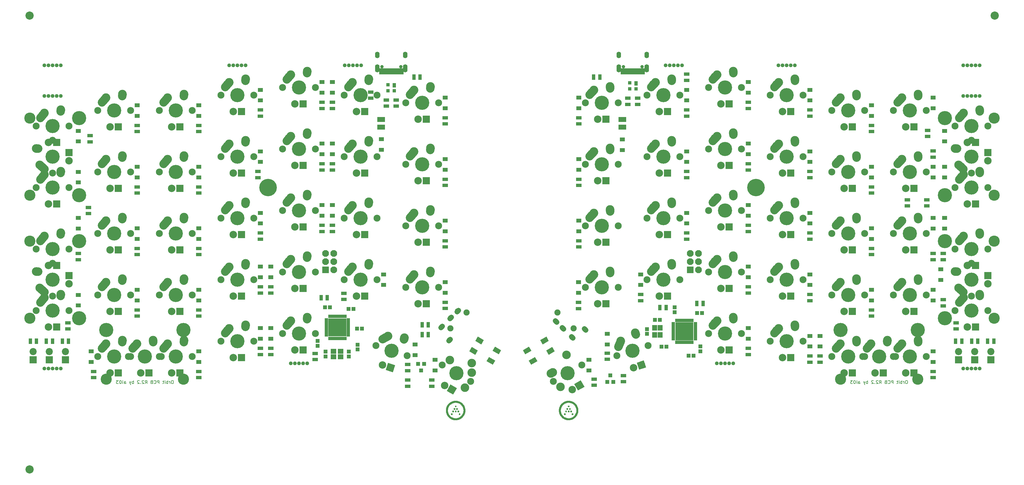
<source format=gbs>
G04 #@! TF.GenerationSoftware,KiCad,Pcbnew,(5.0.0)*
G04 #@! TF.CreationDate,2018-12-12T20:22:31-08:00*
G04 #@! TF.ProjectId,Orbit,4F726269742E6B696361645F70636200,rev?*
G04 #@! TF.SameCoordinates,Original*
G04 #@! TF.FileFunction,Soldermask,Bot*
G04 #@! TF.FilePolarity,Negative*
%FSLAX46Y46*%
G04 Gerber Fmt 4.6, Leading zero omitted, Abs format (unit mm)*
G04 Created by KiCad (PCBNEW (5.0.0)) date 12/12/18 20:22:31*
%MOMM*%
%LPD*%
G01*
G04 APERTURE LIST*
%ADD10C,0.150000*%
%ADD11C,0.010000*%
%ADD12R,0.650000X1.100000*%
%ADD13R,1.100000X0.650000*%
%ADD14R,1.687500X1.687500*%
%ADD15C,1.187400*%
%ADD16C,1.900000*%
%ADD17C,1.600000*%
%ADD18C,1.600000*%
%ADD19R,1.100000X1.700000*%
%ADD20C,2.650000*%
%ADD21C,2.650000*%
%ADD22C,4.387800*%
%ADD23C,2.305000*%
%ADD24R,2.305000X2.305000*%
%ADD25C,2.150000*%
%ADD26R,1.150000X1.200000*%
%ADD27R,1.000000X1.850000*%
%ADD28R,0.700000X1.850000*%
%ADD29C,1.050000*%
%ADD30O,1.400000X2.500000*%
%ADD31O,1.400000X2.000000*%
%ADD32C,2.200000*%
%ADD33R,2.200000X2.200000*%
%ADD34R,1.600000X1.300000*%
%ADD35R,1.100000X1.000000*%
%ADD36R,1.100000X1.400000*%
%ADD37R,2.430000X1.540000*%
%ADD38C,0.100000*%
%ADD39R,1.700000X1.100000*%
%ADD40C,2.100000*%
%ADD41R,2.100000X2.100000*%
%ADD42R,1.200000X1.300000*%
%ADD43R,1.200000X1.150000*%
%ADD44C,5.400000*%
%ADD45C,3.448000*%
%ADD46C,1.500000*%
%ADD47C,2.540000*%
%ADD48R,1.800000X1.600000*%
%ADD49R,1.600000X1.800000*%
G04 APERTURE END LIST*
D10*
X76833928Y-128833630D02*
X76643452Y-128833630D01*
X76548214Y-128881250D01*
X76452976Y-128976488D01*
X76405357Y-129166964D01*
X76405357Y-129500297D01*
X76452976Y-129690773D01*
X76548214Y-129786011D01*
X76643452Y-129833630D01*
X76833928Y-129833630D01*
X76929166Y-129786011D01*
X77024404Y-129690773D01*
X77072023Y-129500297D01*
X77072023Y-129166964D01*
X77024404Y-128976488D01*
X76929166Y-128881250D01*
X76833928Y-128833630D01*
X75976785Y-129833630D02*
X75976785Y-129166964D01*
X75976785Y-129357440D02*
X75929166Y-129262202D01*
X75881547Y-129214583D01*
X75786309Y-129166964D01*
X75691071Y-129166964D01*
X75357738Y-129833630D02*
X75357738Y-128833630D01*
X75357738Y-129214583D02*
X75262500Y-129166964D01*
X75072023Y-129166964D01*
X74976785Y-129214583D01*
X74929166Y-129262202D01*
X74881547Y-129357440D01*
X74881547Y-129643154D01*
X74929166Y-129738392D01*
X74976785Y-129786011D01*
X75072023Y-129833630D01*
X75262500Y-129833630D01*
X75357738Y-129786011D01*
X74452976Y-129833630D02*
X74452976Y-129166964D01*
X74452976Y-128833630D02*
X74500595Y-128881250D01*
X74452976Y-128928869D01*
X74405357Y-128881250D01*
X74452976Y-128833630D01*
X74452976Y-128928869D01*
X74119642Y-129166964D02*
X73738690Y-129166964D01*
X73976785Y-128833630D02*
X73976785Y-129690773D01*
X73929166Y-129786011D01*
X73833928Y-129833630D01*
X73738690Y-129833630D01*
X72643452Y-129833630D02*
X72643452Y-128833630D01*
X72262500Y-128833630D01*
X72167261Y-128881250D01*
X72119642Y-128928869D01*
X72072023Y-129024107D01*
X72072023Y-129166964D01*
X72119642Y-129262202D01*
X72167261Y-129309821D01*
X72262500Y-129357440D01*
X72643452Y-129357440D01*
X71072023Y-129738392D02*
X71119642Y-129786011D01*
X71262500Y-129833630D01*
X71357738Y-129833630D01*
X71500595Y-129786011D01*
X71595833Y-129690773D01*
X71643452Y-129595535D01*
X71691071Y-129405059D01*
X71691071Y-129262202D01*
X71643452Y-129071726D01*
X71595833Y-128976488D01*
X71500595Y-128881250D01*
X71357738Y-128833630D01*
X71262500Y-128833630D01*
X71119642Y-128881250D01*
X71072023Y-128928869D01*
X70310119Y-129309821D02*
X70167261Y-129357440D01*
X70119642Y-129405059D01*
X70072023Y-129500297D01*
X70072023Y-129643154D01*
X70119642Y-129738392D01*
X70167261Y-129786011D01*
X70262500Y-129833630D01*
X70643452Y-129833630D01*
X70643452Y-128833630D01*
X70310119Y-128833630D01*
X70214880Y-128881250D01*
X70167261Y-128928869D01*
X70119642Y-129024107D01*
X70119642Y-129119345D01*
X70167261Y-129214583D01*
X70214880Y-129262202D01*
X70310119Y-129309821D01*
X70643452Y-129309821D01*
X68310119Y-129833630D02*
X68643452Y-129357440D01*
X68881547Y-129833630D02*
X68881547Y-128833630D01*
X68500595Y-128833630D01*
X68405357Y-128881250D01*
X68357738Y-128928869D01*
X68310119Y-129024107D01*
X68310119Y-129166964D01*
X68357738Y-129262202D01*
X68405357Y-129309821D01*
X68500595Y-129357440D01*
X68881547Y-129357440D01*
X67929166Y-128928869D02*
X67881547Y-128881250D01*
X67786309Y-128833630D01*
X67548214Y-128833630D01*
X67452976Y-128881250D01*
X67405357Y-128928869D01*
X67357738Y-129024107D01*
X67357738Y-129119345D01*
X67405357Y-129262202D01*
X67976785Y-129833630D01*
X67357738Y-129833630D01*
X66929166Y-129738392D02*
X66881547Y-129786011D01*
X66929166Y-129833630D01*
X66976785Y-129786011D01*
X66929166Y-129738392D01*
X66929166Y-129833630D01*
X66500595Y-128928869D02*
X66452976Y-128881250D01*
X66357738Y-128833630D01*
X66119642Y-128833630D01*
X66024404Y-128881250D01*
X65976785Y-128928869D01*
X65929166Y-129024107D01*
X65929166Y-129119345D01*
X65976785Y-129262202D01*
X66548214Y-129833630D01*
X65929166Y-129833630D01*
X64738690Y-129833630D02*
X64738690Y-128833630D01*
X64738690Y-129214583D02*
X64643452Y-129166964D01*
X64452976Y-129166964D01*
X64357738Y-129214583D01*
X64310119Y-129262202D01*
X64262500Y-129357440D01*
X64262500Y-129643154D01*
X64310119Y-129738392D01*
X64357738Y-129786011D01*
X64452976Y-129833630D01*
X64643452Y-129833630D01*
X64738690Y-129786011D01*
X63929166Y-129166964D02*
X63691071Y-129833630D01*
X63452976Y-129166964D02*
X63691071Y-129833630D01*
X63786309Y-130071726D01*
X63833928Y-130119345D01*
X63929166Y-130166964D01*
X61881547Y-129833630D02*
X61881547Y-129309821D01*
X61929166Y-129214583D01*
X62024404Y-129166964D01*
X62214880Y-129166964D01*
X62310119Y-129214583D01*
X61881547Y-129786011D02*
X61976785Y-129833630D01*
X62214880Y-129833630D01*
X62310119Y-129786011D01*
X62357738Y-129690773D01*
X62357738Y-129595535D01*
X62310119Y-129500297D01*
X62214880Y-129452678D01*
X61976785Y-129452678D01*
X61881547Y-129405059D01*
X61405357Y-129833630D02*
X61405357Y-129166964D01*
X61405357Y-128833630D02*
X61452976Y-128881250D01*
X61405357Y-128928869D01*
X61357738Y-128881250D01*
X61405357Y-128833630D01*
X61405357Y-128928869D01*
X60738690Y-128833630D02*
X60643452Y-128833630D01*
X60548214Y-128881250D01*
X60500595Y-128928869D01*
X60452976Y-129024107D01*
X60405357Y-129214583D01*
X60405357Y-129452678D01*
X60452976Y-129643154D01*
X60500595Y-129738392D01*
X60548214Y-129786011D01*
X60643452Y-129833630D01*
X60738690Y-129833630D01*
X60833928Y-129786011D01*
X60881547Y-129738392D01*
X60929166Y-129643154D01*
X60976785Y-129452678D01*
X60976785Y-129214583D01*
X60929166Y-129024107D01*
X60881547Y-128928869D01*
X60833928Y-128881250D01*
X60738690Y-128833630D01*
X60072023Y-128833630D02*
X59452976Y-128833630D01*
X59786309Y-129214583D01*
X59643452Y-129214583D01*
X59548214Y-129262202D01*
X59500595Y-129309821D01*
X59452976Y-129405059D01*
X59452976Y-129643154D01*
X59500595Y-129738392D01*
X59548214Y-129786011D01*
X59643452Y-129833630D01*
X59929166Y-129833630D01*
X60024404Y-129786011D01*
X60072023Y-129738392D01*
X303846428Y-128833630D02*
X303655952Y-128833630D01*
X303560714Y-128881250D01*
X303465476Y-128976488D01*
X303417857Y-129166964D01*
X303417857Y-129500297D01*
X303465476Y-129690773D01*
X303560714Y-129786011D01*
X303655952Y-129833630D01*
X303846428Y-129833630D01*
X303941666Y-129786011D01*
X304036904Y-129690773D01*
X304084523Y-129500297D01*
X304084523Y-129166964D01*
X304036904Y-128976488D01*
X303941666Y-128881250D01*
X303846428Y-128833630D01*
X302989285Y-129833630D02*
X302989285Y-129166964D01*
X302989285Y-129357440D02*
X302941666Y-129262202D01*
X302894047Y-129214583D01*
X302798809Y-129166964D01*
X302703571Y-129166964D01*
X302370238Y-129833630D02*
X302370238Y-128833630D01*
X302370238Y-129214583D02*
X302275000Y-129166964D01*
X302084523Y-129166964D01*
X301989285Y-129214583D01*
X301941666Y-129262202D01*
X301894047Y-129357440D01*
X301894047Y-129643154D01*
X301941666Y-129738392D01*
X301989285Y-129786011D01*
X302084523Y-129833630D01*
X302275000Y-129833630D01*
X302370238Y-129786011D01*
X301465476Y-129833630D02*
X301465476Y-129166964D01*
X301465476Y-128833630D02*
X301513095Y-128881250D01*
X301465476Y-128928869D01*
X301417857Y-128881250D01*
X301465476Y-128833630D01*
X301465476Y-128928869D01*
X301132142Y-129166964D02*
X300751190Y-129166964D01*
X300989285Y-128833630D02*
X300989285Y-129690773D01*
X300941666Y-129786011D01*
X300846428Y-129833630D01*
X300751190Y-129833630D01*
X299655952Y-129833630D02*
X299655952Y-128833630D01*
X299275000Y-128833630D01*
X299179761Y-128881250D01*
X299132142Y-128928869D01*
X299084523Y-129024107D01*
X299084523Y-129166964D01*
X299132142Y-129262202D01*
X299179761Y-129309821D01*
X299275000Y-129357440D01*
X299655952Y-129357440D01*
X298084523Y-129738392D02*
X298132142Y-129786011D01*
X298275000Y-129833630D01*
X298370238Y-129833630D01*
X298513095Y-129786011D01*
X298608333Y-129690773D01*
X298655952Y-129595535D01*
X298703571Y-129405059D01*
X298703571Y-129262202D01*
X298655952Y-129071726D01*
X298608333Y-128976488D01*
X298513095Y-128881250D01*
X298370238Y-128833630D01*
X298275000Y-128833630D01*
X298132142Y-128881250D01*
X298084523Y-128928869D01*
X297322619Y-129309821D02*
X297179761Y-129357440D01*
X297132142Y-129405059D01*
X297084523Y-129500297D01*
X297084523Y-129643154D01*
X297132142Y-129738392D01*
X297179761Y-129786011D01*
X297275000Y-129833630D01*
X297655952Y-129833630D01*
X297655952Y-128833630D01*
X297322619Y-128833630D01*
X297227380Y-128881250D01*
X297179761Y-128928869D01*
X297132142Y-129024107D01*
X297132142Y-129119345D01*
X297179761Y-129214583D01*
X297227380Y-129262202D01*
X297322619Y-129309821D01*
X297655952Y-129309821D01*
X295322619Y-129833630D02*
X295655952Y-129357440D01*
X295894047Y-129833630D02*
X295894047Y-128833630D01*
X295513095Y-128833630D01*
X295417857Y-128881250D01*
X295370238Y-128928869D01*
X295322619Y-129024107D01*
X295322619Y-129166964D01*
X295370238Y-129262202D01*
X295417857Y-129309821D01*
X295513095Y-129357440D01*
X295894047Y-129357440D01*
X294941666Y-128928869D02*
X294894047Y-128881250D01*
X294798809Y-128833630D01*
X294560714Y-128833630D01*
X294465476Y-128881250D01*
X294417857Y-128928869D01*
X294370238Y-129024107D01*
X294370238Y-129119345D01*
X294417857Y-129262202D01*
X294989285Y-129833630D01*
X294370238Y-129833630D01*
X293941666Y-129738392D02*
X293894047Y-129786011D01*
X293941666Y-129833630D01*
X293989285Y-129786011D01*
X293941666Y-129738392D01*
X293941666Y-129833630D01*
X293513095Y-128928869D02*
X293465476Y-128881250D01*
X293370238Y-128833630D01*
X293132142Y-128833630D01*
X293036904Y-128881250D01*
X292989285Y-128928869D01*
X292941666Y-129024107D01*
X292941666Y-129119345D01*
X292989285Y-129262202D01*
X293560714Y-129833630D01*
X292941666Y-129833630D01*
X291751190Y-129833630D02*
X291751190Y-128833630D01*
X291751190Y-129214583D02*
X291655952Y-129166964D01*
X291465476Y-129166964D01*
X291370238Y-129214583D01*
X291322619Y-129262202D01*
X291275000Y-129357440D01*
X291275000Y-129643154D01*
X291322619Y-129738392D01*
X291370238Y-129786011D01*
X291465476Y-129833630D01*
X291655952Y-129833630D01*
X291751190Y-129786011D01*
X290941666Y-129166964D02*
X290703571Y-129833630D01*
X290465476Y-129166964D02*
X290703571Y-129833630D01*
X290798809Y-130071726D01*
X290846428Y-130119345D01*
X290941666Y-130166964D01*
X288894047Y-129833630D02*
X288894047Y-129309821D01*
X288941666Y-129214583D01*
X289036904Y-129166964D01*
X289227380Y-129166964D01*
X289322619Y-129214583D01*
X288894047Y-129786011D02*
X288989285Y-129833630D01*
X289227380Y-129833630D01*
X289322619Y-129786011D01*
X289370238Y-129690773D01*
X289370238Y-129595535D01*
X289322619Y-129500297D01*
X289227380Y-129452678D01*
X288989285Y-129452678D01*
X288894047Y-129405059D01*
X288417857Y-129833630D02*
X288417857Y-129166964D01*
X288417857Y-128833630D02*
X288465476Y-128881250D01*
X288417857Y-128928869D01*
X288370238Y-128881250D01*
X288417857Y-128833630D01*
X288417857Y-128928869D01*
X287751190Y-128833630D02*
X287655952Y-128833630D01*
X287560714Y-128881250D01*
X287513095Y-128928869D01*
X287465476Y-129024107D01*
X287417857Y-129214583D01*
X287417857Y-129452678D01*
X287465476Y-129643154D01*
X287513095Y-129738392D01*
X287560714Y-129786011D01*
X287655952Y-129833630D01*
X287751190Y-129833630D01*
X287846428Y-129786011D01*
X287894047Y-129738392D01*
X287941666Y-129643154D01*
X287989285Y-129452678D01*
X287989285Y-129214583D01*
X287941666Y-129024107D01*
X287894047Y-128928869D01*
X287846428Y-128881250D01*
X287751190Y-128833630D01*
X287084523Y-128833630D02*
X286465476Y-128833630D01*
X286798809Y-129214583D01*
X286655952Y-129214583D01*
X286560714Y-129262202D01*
X286513095Y-129309821D01*
X286465476Y-129405059D01*
X286465476Y-129643154D01*
X286513095Y-129738392D01*
X286560714Y-129786011D01*
X286655952Y-129833630D01*
X286941666Y-129833630D01*
X287036904Y-129786011D01*
X287084523Y-129738392D01*
D11*
G04 #@! TO.C,G\002A\002A\002A*
G36*
X199040750Y-137033000D02*
X199445562Y-137033000D01*
X199445562Y-136628188D01*
X199040750Y-136628188D01*
X199040750Y-137033000D01*
X199040750Y-137033000D01*
G37*
X199040750Y-137033000D02*
X199445562Y-137033000D01*
X199445562Y-136628188D01*
X199040750Y-136628188D01*
X199040750Y-137033000D01*
G36*
X198635937Y-137818813D02*
X199040750Y-137818813D01*
X199040750Y-137437813D01*
X198635937Y-137437813D01*
X198635937Y-137818813D01*
X198635937Y-137818813D01*
G37*
X198635937Y-137818813D02*
X199040750Y-137818813D01*
X199040750Y-137437813D01*
X198635937Y-137437813D01*
X198635937Y-137818813D01*
G36*
X199445562Y-137818813D02*
X199826562Y-137818813D01*
X199826562Y-137437813D01*
X199445562Y-137437813D01*
X199445562Y-137818813D01*
X199445562Y-137818813D01*
G37*
X199445562Y-137818813D02*
X199826562Y-137818813D01*
X199826562Y-137437813D01*
X199445562Y-137437813D01*
X199445562Y-137818813D01*
G36*
X198254937Y-138628438D02*
X198635937Y-138628438D01*
X198635937Y-138223625D01*
X198254937Y-138223625D01*
X198254937Y-138628438D01*
X198254937Y-138628438D01*
G37*
X198254937Y-138628438D02*
X198635937Y-138628438D01*
X198635937Y-138223625D01*
X198254937Y-138223625D01*
X198254937Y-138628438D01*
G36*
X199040750Y-138628438D02*
X199445562Y-138628438D01*
X199445562Y-138223625D01*
X199040750Y-138223625D01*
X199040750Y-138628438D01*
X199040750Y-138628438D01*
G37*
X199040750Y-138628438D02*
X199445562Y-138628438D01*
X199445562Y-138223625D01*
X199040750Y-138223625D01*
X199040750Y-138628438D01*
G36*
X199826562Y-138628438D02*
X200231375Y-138628438D01*
X200231375Y-138223625D01*
X199826562Y-138223625D01*
X199826562Y-138628438D01*
X199826562Y-138628438D01*
G37*
X199826562Y-138628438D02*
X200231375Y-138628438D01*
X200231375Y-138223625D01*
X199826562Y-138223625D01*
X199826562Y-138628438D01*
G36*
X197850125Y-139414250D02*
X198254937Y-139414250D01*
X198254937Y-139009438D01*
X197850125Y-139009438D01*
X197850125Y-139414250D01*
X197850125Y-139414250D01*
G37*
X197850125Y-139414250D02*
X198254937Y-139414250D01*
X198254937Y-139009438D01*
X197850125Y-139009438D01*
X197850125Y-139414250D01*
G36*
X200231375Y-139414250D02*
X200636187Y-139414250D01*
X200636187Y-139009438D01*
X200231375Y-139009438D01*
X200231375Y-139414250D01*
X200231375Y-139414250D01*
G37*
X200231375Y-139414250D02*
X200636187Y-139414250D01*
X200636187Y-139009438D01*
X200231375Y-139009438D01*
X200231375Y-139414250D01*
G36*
X199227281Y-135140545D02*
X199103163Y-135141915D01*
X198991451Y-135146072D01*
X198888858Y-135153419D01*
X198792094Y-135164360D01*
X198697872Y-135179298D01*
X198602903Y-135198637D01*
X198503899Y-135222781D01*
X198458620Y-135234918D01*
X198250073Y-135300156D01*
X198047985Y-135379492D01*
X197853122Y-135472528D01*
X197666251Y-135578868D01*
X197488136Y-135698116D01*
X197335990Y-135816117D01*
X197178322Y-135956842D01*
X197030985Y-136108287D01*
X196894664Y-136269385D01*
X196770042Y-136439067D01*
X196657803Y-136616266D01*
X196558630Y-136799916D01*
X196473208Y-136988947D01*
X196402220Y-137182293D01*
X196353466Y-137350303D01*
X196320395Y-137490289D01*
X196295035Y-137622225D01*
X196276643Y-137751497D01*
X196264475Y-137883493D01*
X196257789Y-138023600D01*
X196257136Y-138049000D01*
X196259855Y-138267297D01*
X196278050Y-138482080D01*
X196311715Y-138693321D01*
X196360844Y-138900989D01*
X196425431Y-139105055D01*
X196489628Y-139268987D01*
X196517711Y-139334252D01*
X196541773Y-139388410D01*
X196563642Y-139435113D01*
X196585143Y-139478013D01*
X196608104Y-139520763D01*
X196634350Y-139567015D01*
X196663475Y-139616656D01*
X196782694Y-139802927D01*
X196912798Y-139977653D01*
X197053921Y-140140965D01*
X197206195Y-140292996D01*
X197369753Y-140433880D01*
X197544726Y-140563748D01*
X197727094Y-140680275D01*
X197779923Y-140711244D01*
X197825836Y-140737221D01*
X197868485Y-140760031D01*
X197911522Y-140781501D01*
X197958599Y-140803457D01*
X198013369Y-140827725D01*
X198074763Y-140854122D01*
X198170996Y-140893669D01*
X198259714Y-140926708D01*
X198346828Y-140955195D01*
X198438252Y-140981089D01*
X198520844Y-141001822D01*
X198685360Y-141037376D01*
X198842455Y-141063053D01*
X198996683Y-141079393D01*
X199152601Y-141086936D01*
X199243156Y-141087513D01*
X199294375Y-141086998D01*
X199342496Y-141086293D01*
X199384376Y-141085460D01*
X199416872Y-141084563D01*
X199436840Y-141083665D01*
X199437625Y-141083609D01*
X199653799Y-141059657D01*
X199866556Y-141020670D01*
X200075037Y-140966967D01*
X200278382Y-140898863D01*
X200475734Y-140816676D01*
X200666232Y-140720725D01*
X200849018Y-140611326D01*
X200999974Y-140506296D01*
X201172901Y-140367949D01*
X201333585Y-140219588D01*
X201481799Y-140061539D01*
X201617321Y-139894132D01*
X201739926Y-139717694D01*
X201849389Y-139532552D01*
X201945487Y-139339035D01*
X202027994Y-139137471D01*
X202096687Y-138928188D01*
X202108832Y-138885130D01*
X202135198Y-138783335D01*
X202156583Y-138687011D01*
X202173391Y-138592867D01*
X202186025Y-138497617D01*
X202194890Y-138397970D01*
X202200388Y-138290640D01*
X202202924Y-138172336D01*
X202203205Y-138116469D01*
X202202530Y-138061108D01*
X201670456Y-138061108D01*
X201670353Y-138141246D01*
X201668687Y-138220910D01*
X201665491Y-138296037D01*
X201660794Y-138362560D01*
X201657074Y-138398250D01*
X201625200Y-138595548D01*
X201578549Y-138787163D01*
X201517299Y-138972722D01*
X201441631Y-139151849D01*
X201351723Y-139324169D01*
X201247756Y-139489309D01*
X201129909Y-139646893D01*
X200998362Y-139796547D01*
X200976026Y-139819760D01*
X200841792Y-139946834D01*
X200696090Y-140064770D01*
X200541619Y-140171590D01*
X200381081Y-140265316D01*
X200335292Y-140289004D01*
X200260884Y-140325653D01*
X200195643Y-140355872D01*
X200135146Y-140381440D01*
X200074972Y-140404134D01*
X200010699Y-140425733D01*
X199945625Y-140445727D01*
X199756412Y-140495140D01*
X199570661Y-140529591D01*
X199386923Y-140549214D01*
X199203747Y-140554142D01*
X199019686Y-140544511D01*
X198953144Y-140537531D01*
X198765812Y-140508587D01*
X198586231Y-140466778D01*
X198411893Y-140411354D01*
X198240291Y-140341564D01*
X198143334Y-140295366D01*
X197972702Y-140201947D01*
X197813286Y-140098212D01*
X197664328Y-139983474D01*
X197525071Y-139857050D01*
X197394756Y-139718254D01*
X197272626Y-139566403D01*
X197164358Y-139410759D01*
X197139232Y-139369568D01*
X197109909Y-139317440D01*
X197078209Y-139257996D01*
X197045951Y-139194856D01*
X197014957Y-139131640D01*
X196987044Y-139071967D01*
X196964035Y-139019457D01*
X196950597Y-138985625D01*
X196887730Y-138794084D01*
X196840334Y-138601345D01*
X196808450Y-138407950D01*
X196792120Y-138214440D01*
X196791382Y-138021357D01*
X196806278Y-137829242D01*
X196836848Y-137638636D01*
X196846651Y-137592594D01*
X196880300Y-137456301D01*
X196918608Y-137330118D01*
X196963546Y-137208507D01*
X197017087Y-137085932D01*
X197054746Y-137008458D01*
X197148451Y-136839610D01*
X197255276Y-136679173D01*
X197374452Y-136527868D01*
X197505213Y-136386414D01*
X197646790Y-136255531D01*
X197798416Y-136135940D01*
X197959323Y-136028360D01*
X198128743Y-135933511D01*
X198272925Y-135865980D01*
X198444553Y-135799585D01*
X198617107Y-135747587D01*
X198792594Y-135709578D01*
X198973024Y-135685151D01*
X199160405Y-135673897D01*
X199223312Y-135673007D01*
X199421407Y-135679377D01*
X199613035Y-135700022D01*
X199798969Y-135735173D01*
X199979985Y-135785067D01*
X200156856Y-135849935D01*
X200330356Y-135930013D01*
X200501259Y-136025535D01*
X200601956Y-136089744D01*
X200741389Y-136191272D01*
X200875587Y-136305778D01*
X201002909Y-136431339D01*
X201121715Y-136566031D01*
X201230364Y-136707931D01*
X201327215Y-136855115D01*
X201410628Y-137005661D01*
X201445424Y-137078580D01*
X201506827Y-137223439D01*
X201557058Y-137362678D01*
X201597315Y-137500626D01*
X201628794Y-137641614D01*
X201652694Y-137789971D01*
X201661095Y-137858500D01*
X201665858Y-137915670D01*
X201668968Y-137984561D01*
X201670456Y-138061108D01*
X202202530Y-138061108D01*
X202201460Y-137973473D01*
X202195586Y-137842606D01*
X202185012Y-137720525D01*
X202169165Y-137603885D01*
X202147473Y-137489344D01*
X202119363Y-137373559D01*
X202084264Y-137253187D01*
X202041603Y-137124884D01*
X202025909Y-137080625D01*
X201947524Y-136885906D01*
X201854684Y-136697572D01*
X201747578Y-136515885D01*
X201626398Y-136341108D01*
X201491333Y-136173503D01*
X201342576Y-136013333D01*
X201180317Y-135860860D01*
X201073479Y-135770679D01*
X200987650Y-135705186D01*
X200890111Y-135637860D01*
X200784502Y-135570912D01*
X200674464Y-135506555D01*
X200563637Y-135447000D01*
X200455661Y-135394458D01*
X200449656Y-135391715D01*
X200379696Y-135361842D01*
X200298515Y-135330456D01*
X200210483Y-135299036D01*
X200119971Y-135269062D01*
X200031349Y-135242011D01*
X199948986Y-135219364D01*
X199917100Y-135211471D01*
X199823875Y-135190703D01*
X199734901Y-135174043D01*
X199646897Y-135161152D01*
X199556581Y-135151695D01*
X199460672Y-135145332D01*
X199355890Y-135141728D01*
X199238955Y-135140544D01*
X199227281Y-135140545D01*
X199227281Y-135140545D01*
G37*
X199227281Y-135140545D02*
X199103163Y-135141915D01*
X198991451Y-135146072D01*
X198888858Y-135153419D01*
X198792094Y-135164360D01*
X198697872Y-135179298D01*
X198602903Y-135198637D01*
X198503899Y-135222781D01*
X198458620Y-135234918D01*
X198250073Y-135300156D01*
X198047985Y-135379492D01*
X197853122Y-135472528D01*
X197666251Y-135578868D01*
X197488136Y-135698116D01*
X197335990Y-135816117D01*
X197178322Y-135956842D01*
X197030985Y-136108287D01*
X196894664Y-136269385D01*
X196770042Y-136439067D01*
X196657803Y-136616266D01*
X196558630Y-136799916D01*
X196473208Y-136988947D01*
X196402220Y-137182293D01*
X196353466Y-137350303D01*
X196320395Y-137490289D01*
X196295035Y-137622225D01*
X196276643Y-137751497D01*
X196264475Y-137883493D01*
X196257789Y-138023600D01*
X196257136Y-138049000D01*
X196259855Y-138267297D01*
X196278050Y-138482080D01*
X196311715Y-138693321D01*
X196360844Y-138900989D01*
X196425431Y-139105055D01*
X196489628Y-139268987D01*
X196517711Y-139334252D01*
X196541773Y-139388410D01*
X196563642Y-139435113D01*
X196585143Y-139478013D01*
X196608104Y-139520763D01*
X196634350Y-139567015D01*
X196663475Y-139616656D01*
X196782694Y-139802927D01*
X196912798Y-139977653D01*
X197053921Y-140140965D01*
X197206195Y-140292996D01*
X197369753Y-140433880D01*
X197544726Y-140563748D01*
X197727094Y-140680275D01*
X197779923Y-140711244D01*
X197825836Y-140737221D01*
X197868485Y-140760031D01*
X197911522Y-140781501D01*
X197958599Y-140803457D01*
X198013369Y-140827725D01*
X198074763Y-140854122D01*
X198170996Y-140893669D01*
X198259714Y-140926708D01*
X198346828Y-140955195D01*
X198438252Y-140981089D01*
X198520844Y-141001822D01*
X198685360Y-141037376D01*
X198842455Y-141063053D01*
X198996683Y-141079393D01*
X199152601Y-141086936D01*
X199243156Y-141087513D01*
X199294375Y-141086998D01*
X199342496Y-141086293D01*
X199384376Y-141085460D01*
X199416872Y-141084563D01*
X199436840Y-141083665D01*
X199437625Y-141083609D01*
X199653799Y-141059657D01*
X199866556Y-141020670D01*
X200075037Y-140966967D01*
X200278382Y-140898863D01*
X200475734Y-140816676D01*
X200666232Y-140720725D01*
X200849018Y-140611326D01*
X200999974Y-140506296D01*
X201172901Y-140367949D01*
X201333585Y-140219588D01*
X201481799Y-140061539D01*
X201617321Y-139894132D01*
X201739926Y-139717694D01*
X201849389Y-139532552D01*
X201945487Y-139339035D01*
X202027994Y-139137471D01*
X202096687Y-138928188D01*
X202108832Y-138885130D01*
X202135198Y-138783335D01*
X202156583Y-138687011D01*
X202173391Y-138592867D01*
X202186025Y-138497617D01*
X202194890Y-138397970D01*
X202200388Y-138290640D01*
X202202924Y-138172336D01*
X202203205Y-138116469D01*
X202202530Y-138061108D01*
X201670456Y-138061108D01*
X201670353Y-138141246D01*
X201668687Y-138220910D01*
X201665491Y-138296037D01*
X201660794Y-138362560D01*
X201657074Y-138398250D01*
X201625200Y-138595548D01*
X201578549Y-138787163D01*
X201517299Y-138972722D01*
X201441631Y-139151849D01*
X201351723Y-139324169D01*
X201247756Y-139489309D01*
X201129909Y-139646893D01*
X200998362Y-139796547D01*
X200976026Y-139819760D01*
X200841792Y-139946834D01*
X200696090Y-140064770D01*
X200541619Y-140171590D01*
X200381081Y-140265316D01*
X200335292Y-140289004D01*
X200260884Y-140325653D01*
X200195643Y-140355872D01*
X200135146Y-140381440D01*
X200074972Y-140404134D01*
X200010699Y-140425733D01*
X199945625Y-140445727D01*
X199756412Y-140495140D01*
X199570661Y-140529591D01*
X199386923Y-140549214D01*
X199203747Y-140554142D01*
X199019686Y-140544511D01*
X198953144Y-140537531D01*
X198765812Y-140508587D01*
X198586231Y-140466778D01*
X198411893Y-140411354D01*
X198240291Y-140341564D01*
X198143334Y-140295366D01*
X197972702Y-140201947D01*
X197813286Y-140098212D01*
X197664328Y-139983474D01*
X197525071Y-139857050D01*
X197394756Y-139718254D01*
X197272626Y-139566403D01*
X197164358Y-139410759D01*
X197139232Y-139369568D01*
X197109909Y-139317440D01*
X197078209Y-139257996D01*
X197045951Y-139194856D01*
X197014957Y-139131640D01*
X196987044Y-139071967D01*
X196964035Y-139019457D01*
X196950597Y-138985625D01*
X196887730Y-138794084D01*
X196840334Y-138601345D01*
X196808450Y-138407950D01*
X196792120Y-138214440D01*
X196791382Y-138021357D01*
X196806278Y-137829242D01*
X196836848Y-137638636D01*
X196846651Y-137592594D01*
X196880300Y-137456301D01*
X196918608Y-137330118D01*
X196963546Y-137208507D01*
X197017087Y-137085932D01*
X197054746Y-137008458D01*
X197148451Y-136839610D01*
X197255276Y-136679173D01*
X197374452Y-136527868D01*
X197505213Y-136386414D01*
X197646790Y-136255531D01*
X197798416Y-136135940D01*
X197959323Y-136028360D01*
X198128743Y-135933511D01*
X198272925Y-135865980D01*
X198444553Y-135799585D01*
X198617107Y-135747587D01*
X198792594Y-135709578D01*
X198973024Y-135685151D01*
X199160405Y-135673897D01*
X199223312Y-135673007D01*
X199421407Y-135679377D01*
X199613035Y-135700022D01*
X199798969Y-135735173D01*
X199979985Y-135785067D01*
X200156856Y-135849935D01*
X200330356Y-135930013D01*
X200501259Y-136025535D01*
X200601956Y-136089744D01*
X200741389Y-136191272D01*
X200875587Y-136305778D01*
X201002909Y-136431339D01*
X201121715Y-136566031D01*
X201230364Y-136707931D01*
X201327215Y-136855115D01*
X201410628Y-137005661D01*
X201445424Y-137078580D01*
X201506827Y-137223439D01*
X201557058Y-137362678D01*
X201597315Y-137500626D01*
X201628794Y-137641614D01*
X201652694Y-137789971D01*
X201661095Y-137858500D01*
X201665858Y-137915670D01*
X201668968Y-137984561D01*
X201670456Y-138061108D01*
X202202530Y-138061108D01*
X202201460Y-137973473D01*
X202195586Y-137842606D01*
X202185012Y-137720525D01*
X202169165Y-137603885D01*
X202147473Y-137489344D01*
X202119363Y-137373559D01*
X202084264Y-137253187D01*
X202041603Y-137124884D01*
X202025909Y-137080625D01*
X201947524Y-136885906D01*
X201854684Y-136697572D01*
X201747578Y-136515885D01*
X201626398Y-136341108D01*
X201491333Y-136173503D01*
X201342576Y-136013333D01*
X201180317Y-135860860D01*
X201073479Y-135770679D01*
X200987650Y-135705186D01*
X200890111Y-135637860D01*
X200784502Y-135570912D01*
X200674464Y-135506555D01*
X200563637Y-135447000D01*
X200455661Y-135394458D01*
X200449656Y-135391715D01*
X200379696Y-135361842D01*
X200298515Y-135330456D01*
X200210483Y-135299036D01*
X200119971Y-135269062D01*
X200031349Y-135242011D01*
X199948986Y-135219364D01*
X199917100Y-135211471D01*
X199823875Y-135190703D01*
X199734901Y-135174043D01*
X199646897Y-135161152D01*
X199556581Y-135151695D01*
X199460672Y-135145332D01*
X199355890Y-135141728D01*
X199238955Y-135140544D01*
X199227281Y-135140545D01*
G36*
X164115750Y-137033000D02*
X164520562Y-137033000D01*
X164520562Y-136628188D01*
X164115750Y-136628188D01*
X164115750Y-137033000D01*
X164115750Y-137033000D01*
G37*
X164115750Y-137033000D02*
X164520562Y-137033000D01*
X164520562Y-136628188D01*
X164115750Y-136628188D01*
X164115750Y-137033000D01*
G36*
X163710937Y-137818813D02*
X164115750Y-137818813D01*
X164115750Y-137437813D01*
X163710937Y-137437813D01*
X163710937Y-137818813D01*
X163710937Y-137818813D01*
G37*
X163710937Y-137818813D02*
X164115750Y-137818813D01*
X164115750Y-137437813D01*
X163710937Y-137437813D01*
X163710937Y-137818813D01*
G36*
X164520562Y-137818813D02*
X164901562Y-137818813D01*
X164901562Y-137437813D01*
X164520562Y-137437813D01*
X164520562Y-137818813D01*
X164520562Y-137818813D01*
G37*
X164520562Y-137818813D02*
X164901562Y-137818813D01*
X164901562Y-137437813D01*
X164520562Y-137437813D01*
X164520562Y-137818813D01*
G36*
X163329937Y-138628438D02*
X163710937Y-138628438D01*
X163710937Y-138223625D01*
X163329937Y-138223625D01*
X163329937Y-138628438D01*
X163329937Y-138628438D01*
G37*
X163329937Y-138628438D02*
X163710937Y-138628438D01*
X163710937Y-138223625D01*
X163329937Y-138223625D01*
X163329937Y-138628438D01*
G36*
X164115750Y-138628438D02*
X164520562Y-138628438D01*
X164520562Y-138223625D01*
X164115750Y-138223625D01*
X164115750Y-138628438D01*
X164115750Y-138628438D01*
G37*
X164115750Y-138628438D02*
X164520562Y-138628438D01*
X164520562Y-138223625D01*
X164115750Y-138223625D01*
X164115750Y-138628438D01*
G36*
X164901562Y-138628438D02*
X165306375Y-138628438D01*
X165306375Y-138223625D01*
X164901562Y-138223625D01*
X164901562Y-138628438D01*
X164901562Y-138628438D01*
G37*
X164901562Y-138628438D02*
X165306375Y-138628438D01*
X165306375Y-138223625D01*
X164901562Y-138223625D01*
X164901562Y-138628438D01*
G36*
X162925125Y-139414250D02*
X163329937Y-139414250D01*
X163329937Y-139009438D01*
X162925125Y-139009438D01*
X162925125Y-139414250D01*
X162925125Y-139414250D01*
G37*
X162925125Y-139414250D02*
X163329937Y-139414250D01*
X163329937Y-139009438D01*
X162925125Y-139009438D01*
X162925125Y-139414250D01*
G36*
X165306375Y-139414250D02*
X165711187Y-139414250D01*
X165711187Y-139009438D01*
X165306375Y-139009438D01*
X165306375Y-139414250D01*
X165306375Y-139414250D01*
G37*
X165306375Y-139414250D02*
X165711187Y-139414250D01*
X165711187Y-139009438D01*
X165306375Y-139009438D01*
X165306375Y-139414250D01*
G36*
X164302281Y-135140545D02*
X164178163Y-135141915D01*
X164066451Y-135146072D01*
X163963858Y-135153419D01*
X163867094Y-135164360D01*
X163772872Y-135179298D01*
X163677903Y-135198637D01*
X163578899Y-135222781D01*
X163533620Y-135234918D01*
X163325073Y-135300156D01*
X163122985Y-135379492D01*
X162928122Y-135472528D01*
X162741251Y-135578868D01*
X162563136Y-135698116D01*
X162410990Y-135816117D01*
X162253322Y-135956842D01*
X162105985Y-136108287D01*
X161969664Y-136269385D01*
X161845042Y-136439067D01*
X161732803Y-136616266D01*
X161633630Y-136799916D01*
X161548208Y-136988947D01*
X161477220Y-137182293D01*
X161428466Y-137350303D01*
X161395395Y-137490289D01*
X161370035Y-137622225D01*
X161351643Y-137751497D01*
X161339475Y-137883493D01*
X161332789Y-138023600D01*
X161332136Y-138049000D01*
X161334855Y-138267297D01*
X161353050Y-138482080D01*
X161386715Y-138693321D01*
X161435844Y-138900989D01*
X161500431Y-139105055D01*
X161564628Y-139268987D01*
X161592711Y-139334252D01*
X161616773Y-139388410D01*
X161638642Y-139435113D01*
X161660143Y-139478013D01*
X161683104Y-139520763D01*
X161709350Y-139567015D01*
X161738475Y-139616656D01*
X161857694Y-139802927D01*
X161987798Y-139977653D01*
X162128921Y-140140965D01*
X162281195Y-140292996D01*
X162444753Y-140433880D01*
X162619726Y-140563748D01*
X162802094Y-140680275D01*
X162854923Y-140711244D01*
X162900836Y-140737221D01*
X162943485Y-140760031D01*
X162986522Y-140781501D01*
X163033599Y-140803457D01*
X163088369Y-140827725D01*
X163149763Y-140854122D01*
X163245996Y-140893669D01*
X163334714Y-140926708D01*
X163421828Y-140955195D01*
X163513252Y-140981089D01*
X163595844Y-141001822D01*
X163760360Y-141037376D01*
X163917455Y-141063053D01*
X164071683Y-141079393D01*
X164227601Y-141086936D01*
X164318156Y-141087513D01*
X164369375Y-141086998D01*
X164417496Y-141086293D01*
X164459376Y-141085460D01*
X164491872Y-141084563D01*
X164511840Y-141083665D01*
X164512625Y-141083609D01*
X164728799Y-141059657D01*
X164941556Y-141020670D01*
X165150037Y-140966967D01*
X165353382Y-140898863D01*
X165550734Y-140816676D01*
X165741232Y-140720725D01*
X165924018Y-140611326D01*
X166074974Y-140506296D01*
X166247901Y-140367949D01*
X166408585Y-140219588D01*
X166556799Y-140061539D01*
X166692321Y-139894132D01*
X166814926Y-139717694D01*
X166924389Y-139532552D01*
X167020487Y-139339035D01*
X167102994Y-139137471D01*
X167171687Y-138928188D01*
X167183832Y-138885130D01*
X167210198Y-138783335D01*
X167231583Y-138687011D01*
X167248391Y-138592867D01*
X167261025Y-138497617D01*
X167269890Y-138397970D01*
X167275388Y-138290640D01*
X167277924Y-138172336D01*
X167278205Y-138116469D01*
X167277530Y-138061108D01*
X166745456Y-138061108D01*
X166745353Y-138141246D01*
X166743687Y-138220910D01*
X166740491Y-138296037D01*
X166735794Y-138362560D01*
X166732074Y-138398250D01*
X166700200Y-138595548D01*
X166653549Y-138787163D01*
X166592299Y-138972722D01*
X166516631Y-139151849D01*
X166426723Y-139324169D01*
X166322756Y-139489309D01*
X166204909Y-139646893D01*
X166073362Y-139796547D01*
X166051026Y-139819760D01*
X165916792Y-139946834D01*
X165771090Y-140064770D01*
X165616619Y-140171590D01*
X165456081Y-140265316D01*
X165410292Y-140289004D01*
X165335884Y-140325653D01*
X165270643Y-140355872D01*
X165210146Y-140381440D01*
X165149972Y-140404134D01*
X165085699Y-140425733D01*
X165020625Y-140445727D01*
X164831412Y-140495140D01*
X164645661Y-140529591D01*
X164461923Y-140549214D01*
X164278747Y-140554142D01*
X164094686Y-140544511D01*
X164028144Y-140537531D01*
X163840812Y-140508587D01*
X163661231Y-140466778D01*
X163486893Y-140411354D01*
X163315291Y-140341564D01*
X163218334Y-140295366D01*
X163047702Y-140201947D01*
X162888286Y-140098212D01*
X162739328Y-139983474D01*
X162600071Y-139857050D01*
X162469756Y-139718254D01*
X162347626Y-139566403D01*
X162239358Y-139410759D01*
X162214232Y-139369568D01*
X162184909Y-139317440D01*
X162153209Y-139257996D01*
X162120951Y-139194856D01*
X162089957Y-139131640D01*
X162062044Y-139071967D01*
X162039035Y-139019457D01*
X162025597Y-138985625D01*
X161962730Y-138794084D01*
X161915334Y-138601345D01*
X161883450Y-138407950D01*
X161867120Y-138214440D01*
X161866382Y-138021357D01*
X161881278Y-137829242D01*
X161911848Y-137638636D01*
X161921651Y-137592594D01*
X161955300Y-137456301D01*
X161993608Y-137330118D01*
X162038546Y-137208507D01*
X162092087Y-137085932D01*
X162129746Y-137008458D01*
X162223451Y-136839610D01*
X162330276Y-136679173D01*
X162449452Y-136527868D01*
X162580213Y-136386414D01*
X162721790Y-136255531D01*
X162873416Y-136135940D01*
X163034323Y-136028360D01*
X163203743Y-135933511D01*
X163347925Y-135865980D01*
X163519553Y-135799585D01*
X163692107Y-135747587D01*
X163867594Y-135709578D01*
X164048024Y-135685151D01*
X164235405Y-135673897D01*
X164298312Y-135673007D01*
X164496407Y-135679377D01*
X164688035Y-135700022D01*
X164873969Y-135735173D01*
X165054985Y-135785067D01*
X165231856Y-135849935D01*
X165405356Y-135930013D01*
X165576259Y-136025535D01*
X165676956Y-136089744D01*
X165816389Y-136191272D01*
X165950587Y-136305778D01*
X166077909Y-136431339D01*
X166196715Y-136566031D01*
X166305364Y-136707931D01*
X166402215Y-136855115D01*
X166485628Y-137005661D01*
X166520424Y-137078580D01*
X166581827Y-137223439D01*
X166632058Y-137362678D01*
X166672315Y-137500626D01*
X166703794Y-137641614D01*
X166727694Y-137789971D01*
X166736095Y-137858500D01*
X166740858Y-137915670D01*
X166743968Y-137984561D01*
X166745456Y-138061108D01*
X167277530Y-138061108D01*
X167276460Y-137973473D01*
X167270586Y-137842606D01*
X167260012Y-137720525D01*
X167244165Y-137603885D01*
X167222473Y-137489344D01*
X167194363Y-137373559D01*
X167159264Y-137253187D01*
X167116603Y-137124884D01*
X167100909Y-137080625D01*
X167022524Y-136885906D01*
X166929684Y-136697572D01*
X166822578Y-136515885D01*
X166701398Y-136341108D01*
X166566333Y-136173503D01*
X166417576Y-136013333D01*
X166255317Y-135860860D01*
X166148479Y-135770679D01*
X166062650Y-135705186D01*
X165965111Y-135637860D01*
X165859502Y-135570912D01*
X165749464Y-135506555D01*
X165638637Y-135447000D01*
X165530661Y-135394458D01*
X165524656Y-135391715D01*
X165454696Y-135361842D01*
X165373515Y-135330456D01*
X165285483Y-135299036D01*
X165194971Y-135269062D01*
X165106349Y-135242011D01*
X165023986Y-135219364D01*
X164992100Y-135211471D01*
X164898875Y-135190703D01*
X164809901Y-135174043D01*
X164721897Y-135161152D01*
X164631581Y-135151695D01*
X164535672Y-135145332D01*
X164430890Y-135141728D01*
X164313955Y-135140544D01*
X164302281Y-135140545D01*
X164302281Y-135140545D01*
G37*
X164302281Y-135140545D02*
X164178163Y-135141915D01*
X164066451Y-135146072D01*
X163963858Y-135153419D01*
X163867094Y-135164360D01*
X163772872Y-135179298D01*
X163677903Y-135198637D01*
X163578899Y-135222781D01*
X163533620Y-135234918D01*
X163325073Y-135300156D01*
X163122985Y-135379492D01*
X162928122Y-135472528D01*
X162741251Y-135578868D01*
X162563136Y-135698116D01*
X162410990Y-135816117D01*
X162253322Y-135956842D01*
X162105985Y-136108287D01*
X161969664Y-136269385D01*
X161845042Y-136439067D01*
X161732803Y-136616266D01*
X161633630Y-136799916D01*
X161548208Y-136988947D01*
X161477220Y-137182293D01*
X161428466Y-137350303D01*
X161395395Y-137490289D01*
X161370035Y-137622225D01*
X161351643Y-137751497D01*
X161339475Y-137883493D01*
X161332789Y-138023600D01*
X161332136Y-138049000D01*
X161334855Y-138267297D01*
X161353050Y-138482080D01*
X161386715Y-138693321D01*
X161435844Y-138900989D01*
X161500431Y-139105055D01*
X161564628Y-139268987D01*
X161592711Y-139334252D01*
X161616773Y-139388410D01*
X161638642Y-139435113D01*
X161660143Y-139478013D01*
X161683104Y-139520763D01*
X161709350Y-139567015D01*
X161738475Y-139616656D01*
X161857694Y-139802927D01*
X161987798Y-139977653D01*
X162128921Y-140140965D01*
X162281195Y-140292996D01*
X162444753Y-140433880D01*
X162619726Y-140563748D01*
X162802094Y-140680275D01*
X162854923Y-140711244D01*
X162900836Y-140737221D01*
X162943485Y-140760031D01*
X162986522Y-140781501D01*
X163033599Y-140803457D01*
X163088369Y-140827725D01*
X163149763Y-140854122D01*
X163245996Y-140893669D01*
X163334714Y-140926708D01*
X163421828Y-140955195D01*
X163513252Y-140981089D01*
X163595844Y-141001822D01*
X163760360Y-141037376D01*
X163917455Y-141063053D01*
X164071683Y-141079393D01*
X164227601Y-141086936D01*
X164318156Y-141087513D01*
X164369375Y-141086998D01*
X164417496Y-141086293D01*
X164459376Y-141085460D01*
X164491872Y-141084563D01*
X164511840Y-141083665D01*
X164512625Y-141083609D01*
X164728799Y-141059657D01*
X164941556Y-141020670D01*
X165150037Y-140966967D01*
X165353382Y-140898863D01*
X165550734Y-140816676D01*
X165741232Y-140720725D01*
X165924018Y-140611326D01*
X166074974Y-140506296D01*
X166247901Y-140367949D01*
X166408585Y-140219588D01*
X166556799Y-140061539D01*
X166692321Y-139894132D01*
X166814926Y-139717694D01*
X166924389Y-139532552D01*
X167020487Y-139339035D01*
X167102994Y-139137471D01*
X167171687Y-138928188D01*
X167183832Y-138885130D01*
X167210198Y-138783335D01*
X167231583Y-138687011D01*
X167248391Y-138592867D01*
X167261025Y-138497617D01*
X167269890Y-138397970D01*
X167275388Y-138290640D01*
X167277924Y-138172336D01*
X167278205Y-138116469D01*
X167277530Y-138061108D01*
X166745456Y-138061108D01*
X166745353Y-138141246D01*
X166743687Y-138220910D01*
X166740491Y-138296037D01*
X166735794Y-138362560D01*
X166732074Y-138398250D01*
X166700200Y-138595548D01*
X166653549Y-138787163D01*
X166592299Y-138972722D01*
X166516631Y-139151849D01*
X166426723Y-139324169D01*
X166322756Y-139489309D01*
X166204909Y-139646893D01*
X166073362Y-139796547D01*
X166051026Y-139819760D01*
X165916792Y-139946834D01*
X165771090Y-140064770D01*
X165616619Y-140171590D01*
X165456081Y-140265316D01*
X165410292Y-140289004D01*
X165335884Y-140325653D01*
X165270643Y-140355872D01*
X165210146Y-140381440D01*
X165149972Y-140404134D01*
X165085699Y-140425733D01*
X165020625Y-140445727D01*
X164831412Y-140495140D01*
X164645661Y-140529591D01*
X164461923Y-140549214D01*
X164278747Y-140554142D01*
X164094686Y-140544511D01*
X164028144Y-140537531D01*
X163840812Y-140508587D01*
X163661231Y-140466778D01*
X163486893Y-140411354D01*
X163315291Y-140341564D01*
X163218334Y-140295366D01*
X163047702Y-140201947D01*
X162888286Y-140098212D01*
X162739328Y-139983474D01*
X162600071Y-139857050D01*
X162469756Y-139718254D01*
X162347626Y-139566403D01*
X162239358Y-139410759D01*
X162214232Y-139369568D01*
X162184909Y-139317440D01*
X162153209Y-139257996D01*
X162120951Y-139194856D01*
X162089957Y-139131640D01*
X162062044Y-139071967D01*
X162039035Y-139019457D01*
X162025597Y-138985625D01*
X161962730Y-138794084D01*
X161915334Y-138601345D01*
X161883450Y-138407950D01*
X161867120Y-138214440D01*
X161866382Y-138021357D01*
X161881278Y-137829242D01*
X161911848Y-137638636D01*
X161921651Y-137592594D01*
X161955300Y-137456301D01*
X161993608Y-137330118D01*
X162038546Y-137208507D01*
X162092087Y-137085932D01*
X162129746Y-137008458D01*
X162223451Y-136839610D01*
X162330276Y-136679173D01*
X162449452Y-136527868D01*
X162580213Y-136386414D01*
X162721790Y-136255531D01*
X162873416Y-136135940D01*
X163034323Y-136028360D01*
X163203743Y-135933511D01*
X163347925Y-135865980D01*
X163519553Y-135799585D01*
X163692107Y-135747587D01*
X163867594Y-135709578D01*
X164048024Y-135685151D01*
X164235405Y-135673897D01*
X164298312Y-135673007D01*
X164496407Y-135679377D01*
X164688035Y-135700022D01*
X164873969Y-135735173D01*
X165054985Y-135785067D01*
X165231856Y-135849935D01*
X165405356Y-135930013D01*
X165576259Y-136025535D01*
X165676956Y-136089744D01*
X165816389Y-136191272D01*
X165950587Y-136305778D01*
X166077909Y-136431339D01*
X166196715Y-136566031D01*
X166305364Y-136707931D01*
X166402215Y-136855115D01*
X166485628Y-137005661D01*
X166520424Y-137078580D01*
X166581827Y-137223439D01*
X166632058Y-137362678D01*
X166672315Y-137500626D01*
X166703794Y-137641614D01*
X166727694Y-137789971D01*
X166736095Y-137858500D01*
X166740858Y-137915670D01*
X166743968Y-137984561D01*
X166745456Y-138061108D01*
X167277530Y-138061108D01*
X167276460Y-137973473D01*
X167270586Y-137842606D01*
X167260012Y-137720525D01*
X167244165Y-137603885D01*
X167222473Y-137489344D01*
X167194363Y-137373559D01*
X167159264Y-137253187D01*
X167116603Y-137124884D01*
X167100909Y-137080625D01*
X167022524Y-136885906D01*
X166929684Y-136697572D01*
X166822578Y-136515885D01*
X166701398Y-136341108D01*
X166566333Y-136173503D01*
X166417576Y-136013333D01*
X166255317Y-135860860D01*
X166148479Y-135770679D01*
X166062650Y-135705186D01*
X165965111Y-135637860D01*
X165859502Y-135570912D01*
X165749464Y-135506555D01*
X165638637Y-135447000D01*
X165530661Y-135394458D01*
X165524656Y-135391715D01*
X165454696Y-135361842D01*
X165373515Y-135330456D01*
X165285483Y-135299036D01*
X165194971Y-135269062D01*
X165106349Y-135242011D01*
X165023986Y-135219364D01*
X164992100Y-135211471D01*
X164898875Y-135190703D01*
X164809901Y-135174043D01*
X164721897Y-135161152D01*
X164631581Y-135151695D01*
X164535672Y-135145332D01*
X164430890Y-135141728D01*
X164313955Y-135140544D01*
X164302281Y-135140545D01*
G04 #@! TD*
D12*
G04 #@! TO.C,U3*
X237568250Y-117028211D03*
X237068250Y-117028211D03*
X236568250Y-117028211D03*
X236068250Y-117028211D03*
X235568250Y-117028211D03*
X235068250Y-117028211D03*
X234568250Y-117028211D03*
X234068250Y-117028211D03*
X233568250Y-117028211D03*
X233068250Y-117028211D03*
X232568250Y-117028211D03*
D13*
X231668250Y-116128211D03*
X231668250Y-115628211D03*
X231668250Y-115128211D03*
X231668250Y-114628211D03*
X231668250Y-114128211D03*
X231668250Y-113628211D03*
X231668250Y-113128211D03*
X231668250Y-112628211D03*
X231668250Y-112128211D03*
X231668250Y-111628211D03*
X231668250Y-111128211D03*
D12*
X232568250Y-110228211D03*
X233068250Y-110228211D03*
X233568250Y-110228211D03*
X234068250Y-110228211D03*
X234568250Y-110228211D03*
X235068250Y-110228211D03*
X235568250Y-110228211D03*
X236068250Y-110228211D03*
X236568250Y-110228211D03*
X237068250Y-110228211D03*
X237568250Y-110228211D03*
D13*
X238468250Y-111128211D03*
X238468250Y-111628211D03*
X238468250Y-112128211D03*
X238468250Y-112628211D03*
X238468250Y-113128211D03*
X238468250Y-113628211D03*
X238468250Y-114128211D03*
X238468250Y-114628211D03*
X238468250Y-115128211D03*
X238468250Y-115628211D03*
X238468250Y-116128211D03*
D14*
X233137000Y-111696961D03*
X234424500Y-111696961D03*
X235712000Y-111696961D03*
X236999500Y-111696961D03*
X233137000Y-112984461D03*
X234424500Y-112984461D03*
X235712000Y-112984461D03*
X236999500Y-112984461D03*
X233137000Y-114271961D03*
X234424500Y-114271961D03*
X235712000Y-114271961D03*
X236999500Y-114271961D03*
X233137000Y-115559461D03*
X234424500Y-115559461D03*
X235712000Y-115559461D03*
X236999500Y-115559461D03*
G04 #@! TD*
D15*
G04 #@! TO.C,J3*
X42227500Y-40735250D03*
X40957500Y-40735250D03*
X37147500Y-40735250D03*
X38417500Y-40735250D03*
X39687500Y-40735250D03*
G04 #@! TD*
G04 #@! TO.C,J5*
X135096250Y-31210250D03*
X133826250Y-31210250D03*
X130016250Y-31210250D03*
X131286250Y-31210250D03*
X132556250Y-31210250D03*
G04 #@! TD*
G04 #@! TO.C,J6*
X37147500Y-125158500D03*
X38417500Y-125158500D03*
X42227500Y-125158500D03*
X40957500Y-125158500D03*
X39687500Y-125158500D03*
G04 #@! TD*
G04 #@! TO.C,J9*
X99377500Y-31210250D03*
X98107500Y-31210250D03*
X94297500Y-31210250D03*
X95567500Y-31210250D03*
X96837500Y-31210250D03*
G04 #@! TD*
G04 #@! TO.C,J10*
X113347500Y-123571000D03*
X114617500Y-123571000D03*
X118427500Y-123571000D03*
X117157500Y-123571000D03*
X115887500Y-123571000D03*
G04 #@! TD*
G04 #@! TO.C,J13*
X326390000Y-40735250D03*
X325120000Y-40735250D03*
X321310000Y-40735250D03*
X322580000Y-40735250D03*
X323850000Y-40735250D03*
G04 #@! TD*
G04 #@! TO.C,J17*
X234315000Y-31210250D03*
X233045000Y-31210250D03*
X229235000Y-31210250D03*
X230505000Y-31210250D03*
X231775000Y-31210250D03*
G04 #@! TD*
G04 #@! TO.C,J18*
X245110000Y-123571000D03*
X246380000Y-123571000D03*
X250190000Y-123571000D03*
X248920000Y-123571000D03*
X247650000Y-123571000D03*
G04 #@! TD*
G04 #@! TO.C,J19*
X269240000Y-31210250D03*
X267970000Y-31210250D03*
X264160000Y-31210250D03*
X265430000Y-31210250D03*
X266700000Y-31210250D03*
G04 #@! TD*
G04 #@! TO.C,J20*
X321310000Y-125158500D03*
X322580000Y-125158500D03*
X326390000Y-125158500D03*
X325120000Y-125158500D03*
X323850000Y-125158500D03*
G04 #@! TD*
G04 #@! TO.C,J7*
X42227500Y-31210250D03*
X40957500Y-31210250D03*
X37147500Y-31210250D03*
X38417500Y-31210250D03*
X39687500Y-31210250D03*
G04 #@! TD*
G04 #@! TO.C,J14*
X326390000Y-31210250D03*
X325120000Y-31210250D03*
X321310000Y-31210250D03*
X322580000Y-31210250D03*
X323850000Y-31210250D03*
G04 #@! TD*
D16*
G04 #@! TO.C,J1*
X162726882Y-112736118D03*
X167676629Y-107786371D03*
D17*
X162444039Y-116271652D03*
D18*
X162656171Y-116059520D02*
X162231907Y-116483784D01*
D17*
X159969165Y-112241144D03*
D18*
X160181297Y-112029012D02*
X159757033Y-112453276D01*
D17*
X162797592Y-109412716D03*
D18*
X163009724Y-109200584D02*
X162585460Y-109624848D01*
D17*
X164918913Y-107291396D03*
D18*
X165131045Y-107079264D02*
X164706781Y-107503528D01*
G04 #@! TD*
D16*
G04 #@! TO.C,J11*
X200810618Y-112736118D03*
X195860871Y-107786371D03*
D17*
X204346152Y-113018961D03*
D18*
X204134020Y-112806829D02*
X204558284Y-113231093D01*
D17*
X200315644Y-115493835D03*
D18*
X200103512Y-115281703D02*
X200527776Y-115705967D01*
D17*
X197487216Y-112665408D03*
D18*
X197275084Y-112453276D02*
X197699348Y-112877540D01*
D17*
X195365896Y-110544087D03*
D18*
X195153764Y-110331955D02*
X195578028Y-110756219D01*
G04 #@! TD*
D19*
G04 #@! TO.C,R25*
X124648000Y-103251000D03*
X122748000Y-103251000D03*
G04 #@! TD*
D20*
G04 #@! TO.C,MX3*
X80307500Y-40453750D03*
D21*
X80287500Y-40743750D02*
X80327500Y-40163750D01*
D20*
X80327500Y-40163750D03*
X74632501Y-41973750D03*
D21*
X73977500Y-42703750D02*
X75287502Y-41243750D01*
D22*
X77787500Y-45243750D03*
D20*
X75287500Y-41243750D03*
D23*
X76517500Y-50323750D03*
D24*
X79057500Y-50323750D03*
D25*
X72707500Y-45243750D03*
X82867500Y-45243750D03*
G04 #@! TD*
G04 #@! TO.C,MX27*
X140017500Y-97631250D03*
X129857500Y-97631250D03*
D24*
X136207500Y-102711250D03*
D23*
X133667500Y-102711250D03*
D20*
X132437500Y-93631250D03*
D22*
X134937500Y-97631250D03*
D20*
X131782501Y-94361250D03*
D21*
X131127500Y-95091250D02*
X132437502Y-93631250D01*
D20*
X137477500Y-92551250D03*
X137457500Y-92841250D03*
D21*
X137437500Y-93131250D02*
X137477500Y-92551250D01*
G04 #@! TD*
D26*
G04 #@! TO.C,C13*
X232029000Y-106184000D03*
X232029000Y-107684000D03*
G04 #@! TD*
D27*
G04 #@! TO.C,USB1*
X147687500Y-33095000D03*
X141237500Y-33095000D03*
X146912500Y-33095000D03*
X142012500Y-33095000D03*
D28*
X142712500Y-33095000D03*
X146212500Y-33095000D03*
X143212500Y-33095000D03*
X145712500Y-33095000D03*
X143712500Y-33095000D03*
X145212500Y-33095000D03*
X144712500Y-33095000D03*
X144212500Y-33095000D03*
D29*
X147352500Y-31650000D03*
X141572500Y-31650000D03*
D30*
X140142500Y-32180000D03*
X148782500Y-32180000D03*
D31*
X140142500Y-28000000D03*
X148782500Y-28000000D03*
G04 #@! TD*
D27*
G04 #@! TO.C,USB2*
X222300000Y-33095000D03*
X215850000Y-33095000D03*
X221525000Y-33095000D03*
X216625000Y-33095000D03*
D28*
X217325000Y-33095000D03*
X220825000Y-33095000D03*
X217825000Y-33095000D03*
X220325000Y-33095000D03*
X218325000Y-33095000D03*
X219825000Y-33095000D03*
X219325000Y-33095000D03*
X218825000Y-33095000D03*
D29*
X221965000Y-31650000D03*
X216185000Y-31650000D03*
D30*
X214755000Y-32180000D03*
X223395000Y-32180000D03*
D31*
X214755000Y-28000000D03*
X223395000Y-28000000D03*
G04 #@! TD*
D32*
G04 #@! TO.C,D35*
X38712500Y-119886250D03*
D33*
X38712500Y-122426250D03*
G04 #@! TD*
D32*
G04 #@! TO.C,D70*
X324825000Y-119886250D03*
D33*
X324825000Y-122426250D03*
G04 #@! TD*
D32*
G04 #@! TO.C,D71*
X43712500Y-119886250D03*
D33*
X43712500Y-122426250D03*
G04 #@! TD*
D32*
G04 #@! TO.C,D72*
X33712500Y-119886250D03*
D33*
X33712500Y-122426250D03*
G04 #@! TD*
D32*
G04 #@! TO.C,D73*
X319825000Y-119886250D03*
D33*
X319825000Y-122426250D03*
G04 #@! TD*
D32*
G04 #@! TO.C,D74*
X329825000Y-119886250D03*
D33*
X329825000Y-122426250D03*
G04 #@! TD*
D34*
G04 #@! TO.C,D49*
X315531500Y-65943750D03*
X315531500Y-62643750D03*
G04 #@! TD*
D25*
G04 #@! TO.C,MX7*
X159067500Y-42862500D03*
X148907500Y-42862500D03*
D24*
X155257500Y-47942500D03*
D23*
X152717500Y-47942500D03*
D20*
X151487500Y-38862500D03*
D22*
X153987500Y-42862500D03*
D20*
X150832501Y-39592500D03*
D21*
X150177500Y-40322500D02*
X151487502Y-38862500D01*
D20*
X156527500Y-37782500D03*
X156507500Y-38072500D03*
D21*
X156487500Y-38362500D02*
X156527500Y-37782500D01*
G04 #@! TD*
D35*
G04 #@! TO.C,U4*
X218138500Y-38573750D03*
X220138500Y-38573750D03*
X218138500Y-36673750D03*
D36*
X220138500Y-36873750D03*
G04 #@! TD*
D20*
G04 #@! TO.C,MX36*
X231120000Y-35691250D03*
D21*
X231100000Y-35981250D02*
X231140000Y-35401250D01*
D20*
X231140000Y-35401250D03*
X225445001Y-37211250D03*
D21*
X224790000Y-37941250D02*
X226100002Y-36481250D01*
D22*
X228600000Y-40481250D03*
D20*
X226100000Y-36481250D03*
D23*
X227330000Y-45561250D03*
D24*
X229870000Y-45561250D03*
D25*
X223520000Y-40481250D03*
X233680000Y-40481250D03*
G04 #@! TD*
D34*
G04 #@! TO.C,D1*
X47625000Y-54831250D03*
X47625000Y-51531250D03*
G04 #@! TD*
G04 #@! TO.C,D2*
X65881250Y-46893750D03*
X65881250Y-43593750D03*
G04 #@! TD*
G04 #@! TO.C,D3*
X84931250Y-46893750D03*
X84931250Y-43593750D03*
G04 #@! TD*
G04 #@! TO.C,D4*
X103981250Y-42131250D03*
X103981250Y-38831250D03*
G04 #@! TD*
G04 #@! TO.C,D5*
X123031250Y-39750000D03*
X123031250Y-36450000D03*
G04 #@! TD*
G04 #@! TO.C,D6*
X126206250Y-36450000D03*
X126206250Y-39750000D03*
G04 #@! TD*
G04 #@! TO.C,D7*
X161131250Y-41212500D03*
X161131250Y-44512500D03*
G04 #@! TD*
G04 #@! TO.C,D8*
X47625000Y-64231250D03*
X47625000Y-67531250D03*
G04 #@! TD*
G04 #@! TO.C,D9*
X65881250Y-65943750D03*
X65881250Y-62643750D03*
G04 #@! TD*
G04 #@! TO.C,D10*
X84931250Y-65943750D03*
X84931250Y-62643750D03*
G04 #@! TD*
G04 #@! TO.C,D11*
X103981250Y-61181250D03*
X103981250Y-57881250D03*
G04 #@! TD*
G04 #@! TO.C,D12*
X123031250Y-58800000D03*
X123031250Y-55500000D03*
G04 #@! TD*
G04 #@! TO.C,D13*
X126206250Y-55500000D03*
X126206250Y-58800000D03*
G04 #@! TD*
G04 #@! TO.C,D14*
X161131250Y-60262500D03*
X161131250Y-63562500D03*
G04 #@! TD*
G04 #@! TO.C,D15*
X47625000Y-78518750D03*
X47625000Y-81818750D03*
G04 #@! TD*
G04 #@! TO.C,D16*
X65881250Y-84993750D03*
X65881250Y-81693750D03*
G04 #@! TD*
G04 #@! TO.C,D17*
X84931250Y-84993750D03*
X84931250Y-81693750D03*
G04 #@! TD*
G04 #@! TO.C,D18*
X103981250Y-76931250D03*
X103981250Y-80231250D03*
G04 #@! TD*
G04 #@! TO.C,D19*
X123031250Y-74550000D03*
X123031250Y-77850000D03*
G04 #@! TD*
G04 #@! TO.C,D20*
X126206250Y-74550000D03*
X126206250Y-77850000D03*
G04 #@! TD*
G04 #@! TO.C,D21*
X161131250Y-82612500D03*
X161131250Y-79312500D03*
G04 #@! TD*
G04 #@! TO.C,D22*
X47625000Y-105631250D03*
X47625000Y-102331250D03*
G04 #@! TD*
G04 #@! TO.C,D23*
X65881250Y-100743750D03*
X65881250Y-104043750D03*
G04 #@! TD*
G04 #@! TO.C,D24*
X84931250Y-104043750D03*
X84931250Y-100743750D03*
G04 #@! TD*
G04 #@! TO.C,D25*
X103981250Y-93600000D03*
X103981250Y-96900000D03*
G04 #@! TD*
G04 #@! TO.C,D26*
X107156250Y-93600000D03*
X107156250Y-96900000D03*
G04 #@! TD*
G04 #@! TO.C,D27*
X142081250Y-95981250D03*
X142081250Y-99281250D03*
G04 #@! TD*
G04 #@! TO.C,D28*
X161131250Y-101662500D03*
X161131250Y-98362500D03*
G04 #@! TD*
G04 #@! TO.C,D29*
X51593750Y-119793750D03*
X51593750Y-123093750D03*
G04 #@! TD*
G04 #@! TO.C,D30*
X84931250Y-119793750D03*
X84931250Y-123093750D03*
G04 #@! TD*
G04 #@! TO.C,D31*
X103981250Y-112650000D03*
X103981250Y-115950000D03*
G04 #@! TD*
G04 #@! TO.C,D32*
X107156250Y-112650000D03*
X107156250Y-115950000D03*
G04 #@! TD*
G04 #@! TO.C,D33*
X151765000Y-121030000D03*
X151765000Y-117730000D03*
G04 #@! TD*
G04 #@! TO.C,D34*
X157988000Y-122429000D03*
X157988000Y-125729000D03*
G04 #@! TD*
D37*
G04 #@! TO.C,F1*
X141287500Y-48012500D03*
X141287500Y-50412500D03*
G04 #@! TD*
D20*
G04 #@! TO.C,MX1*
X42207500Y-45216250D03*
D21*
X42187500Y-45506250D02*
X42227500Y-44926250D01*
D20*
X42227500Y-44926250D03*
X36532501Y-46736250D03*
D21*
X35877500Y-47466250D02*
X37187502Y-46006250D01*
D22*
X39687500Y-50006250D03*
D20*
X37187500Y-46006250D03*
D23*
X38417500Y-55086250D03*
D24*
X40957500Y-55086250D03*
D25*
X34607500Y-50006250D03*
X44767500Y-50006250D03*
G04 #@! TD*
G04 #@! TO.C,MX2*
X63817500Y-45243750D03*
X53657500Y-45243750D03*
D24*
X60007500Y-50323750D03*
D23*
X57467500Y-50323750D03*
D20*
X56237500Y-41243750D03*
D22*
X58737500Y-45243750D03*
D20*
X55582501Y-41973750D03*
D21*
X54927500Y-42703750D02*
X56237502Y-41243750D01*
D20*
X61277500Y-40163750D03*
X61257500Y-40453750D03*
D21*
X61237500Y-40743750D02*
X61277500Y-40163750D01*
G04 #@! TD*
D20*
G04 #@! TO.C,MX4*
X99357500Y-35691250D03*
D21*
X99337500Y-35981250D02*
X99377500Y-35401250D01*
D20*
X99377500Y-35401250D03*
X93682501Y-37211250D03*
D21*
X93027500Y-37941250D02*
X94337502Y-36481250D01*
D22*
X96837500Y-40481250D03*
D20*
X94337500Y-36481250D03*
D23*
X95567500Y-45561250D03*
D24*
X98107500Y-45561250D03*
D25*
X91757500Y-40481250D03*
X101917500Y-40481250D03*
G04 #@! TD*
G04 #@! TO.C,MX5*
X120967500Y-38100000D03*
X110807500Y-38100000D03*
D24*
X117157500Y-43180000D03*
D23*
X114617500Y-43180000D03*
D20*
X113387500Y-34100000D03*
D22*
X115887500Y-38100000D03*
D20*
X112732501Y-34830000D03*
D21*
X112077500Y-35560000D02*
X113387502Y-34100000D01*
D20*
X118427500Y-33020000D03*
X118407500Y-33310000D03*
D21*
X118387500Y-33600000D02*
X118427500Y-33020000D01*
G04 #@! TD*
D25*
G04 #@! TO.C,MX6*
X140017500Y-40481250D03*
X129857500Y-40481250D03*
D24*
X136207500Y-45561250D03*
D23*
X133667500Y-45561250D03*
D20*
X132437500Y-36481250D03*
D22*
X134937500Y-40481250D03*
D20*
X131782501Y-37211250D03*
D21*
X131127500Y-37941250D02*
X132437502Y-36481250D01*
D20*
X137477500Y-35401250D03*
X137457500Y-35691250D03*
D21*
X137437500Y-35981250D02*
X137477500Y-35401250D01*
G04 #@! TD*
D20*
G04 #@! TO.C,MX8*
X42207500Y-64266250D03*
D21*
X42187500Y-64556250D02*
X42227500Y-63976250D01*
D20*
X42227500Y-63976250D03*
X36532501Y-65786250D03*
D21*
X35877500Y-66516250D02*
X37187502Y-65056250D01*
D22*
X39687500Y-69056250D03*
D20*
X37187500Y-65056250D03*
D23*
X38417500Y-74136250D03*
D24*
X40957500Y-74136250D03*
D25*
X34607500Y-69056250D03*
X44767500Y-69056250D03*
G04 #@! TD*
G04 #@! TO.C,MX9*
X63817500Y-64293750D03*
X53657500Y-64293750D03*
D24*
X60007500Y-69373750D03*
D23*
X57467500Y-69373750D03*
D20*
X56237500Y-60293750D03*
D22*
X58737500Y-64293750D03*
D20*
X55582501Y-61023750D03*
D21*
X54927500Y-61753750D02*
X56237502Y-60293750D01*
D20*
X61277500Y-59213750D03*
X61257500Y-59503750D03*
D21*
X61237500Y-59793750D02*
X61277500Y-59213750D01*
G04 #@! TD*
D20*
G04 #@! TO.C,MX10*
X80307500Y-59503750D03*
D21*
X80287500Y-59793750D02*
X80327500Y-59213750D01*
D20*
X80327500Y-59213750D03*
X74632501Y-61023750D03*
D21*
X73977500Y-61753750D02*
X75287502Y-60293750D01*
D22*
X77787500Y-64293750D03*
D20*
X75287500Y-60293750D03*
D23*
X76517500Y-69373750D03*
D24*
X79057500Y-69373750D03*
D25*
X72707500Y-64293750D03*
X82867500Y-64293750D03*
G04 #@! TD*
G04 #@! TO.C,MX11*
X101917500Y-59531250D03*
X91757500Y-59531250D03*
D24*
X98107500Y-64611250D03*
D23*
X95567500Y-64611250D03*
D20*
X94337500Y-55531250D03*
D22*
X96837500Y-59531250D03*
D20*
X93682501Y-56261250D03*
D21*
X93027500Y-56991250D02*
X94337502Y-55531250D01*
D20*
X99377500Y-54451250D03*
X99357500Y-54741250D03*
D21*
X99337500Y-55031250D02*
X99377500Y-54451250D01*
G04 #@! TD*
D20*
G04 #@! TO.C,MX12*
X118407500Y-52360000D03*
D21*
X118387500Y-52650000D02*
X118427500Y-52070000D01*
D20*
X118427500Y-52070000D03*
X112732501Y-53880000D03*
D21*
X112077500Y-54610000D02*
X113387502Y-53150000D01*
D22*
X115887500Y-57150000D03*
D20*
X113387500Y-53150000D03*
D23*
X114617500Y-62230000D03*
D24*
X117157500Y-62230000D03*
D25*
X110807500Y-57150000D03*
X120967500Y-57150000D03*
G04 #@! TD*
D20*
G04 #@! TO.C,MX13*
X137457500Y-54741250D03*
D21*
X137437500Y-55031250D02*
X137477500Y-54451250D01*
D20*
X137477500Y-54451250D03*
X131782501Y-56261250D03*
D21*
X131127500Y-56991250D02*
X132437502Y-55531250D01*
D22*
X134937500Y-59531250D03*
D20*
X132437500Y-55531250D03*
D23*
X133667500Y-64611250D03*
D24*
X136207500Y-64611250D03*
D25*
X129857500Y-59531250D03*
X140017500Y-59531250D03*
G04 #@! TD*
G04 #@! TO.C,MX14*
X159067500Y-61912500D03*
X148907500Y-61912500D03*
D24*
X155257500Y-66992500D03*
D23*
X152717500Y-66992500D03*
D20*
X151487500Y-57912500D03*
D22*
X153987500Y-61912500D03*
D20*
X150832501Y-58642500D03*
D21*
X150177500Y-59372500D02*
X151487502Y-57912500D01*
D20*
X156527500Y-56832500D03*
X156507500Y-57122500D03*
D21*
X156487500Y-57412500D02*
X156527500Y-56832500D01*
G04 #@! TD*
D25*
G04 #@! TO.C,MX15*
X44767500Y-88106250D03*
X34607500Y-88106250D03*
D24*
X40957500Y-93186250D03*
D23*
X38417500Y-93186250D03*
D20*
X37187500Y-84106250D03*
D22*
X39687500Y-88106250D03*
D20*
X36532501Y-84836250D03*
D21*
X35877500Y-85566250D02*
X37187502Y-84106250D01*
D20*
X42227500Y-83026250D03*
X42207500Y-83316250D03*
D21*
X42187500Y-83606250D02*
X42227500Y-83026250D01*
G04 #@! TD*
D20*
G04 #@! TO.C,MX16*
X61257500Y-78553750D03*
D21*
X61237500Y-78843750D02*
X61277500Y-78263750D01*
D20*
X61277500Y-78263750D03*
X55582501Y-80073750D03*
D21*
X54927500Y-80803750D02*
X56237502Y-79343750D01*
D22*
X58737500Y-83343750D03*
D20*
X56237500Y-79343750D03*
D23*
X57467500Y-88423750D03*
D24*
X60007500Y-88423750D03*
D25*
X53657500Y-83343750D03*
X63817500Y-83343750D03*
G04 #@! TD*
D20*
G04 #@! TO.C,MX17*
X80307500Y-78553750D03*
D21*
X80287500Y-78843750D02*
X80327500Y-78263750D01*
D20*
X80327500Y-78263750D03*
X74632501Y-80073750D03*
D21*
X73977500Y-80803750D02*
X75287502Y-79343750D01*
D22*
X77787500Y-83343750D03*
D20*
X75287500Y-79343750D03*
D23*
X76517500Y-88423750D03*
D24*
X79057500Y-88423750D03*
D25*
X72707500Y-83343750D03*
X82867500Y-83343750D03*
G04 #@! TD*
D20*
G04 #@! TO.C,MX18*
X99357500Y-73791250D03*
D21*
X99337500Y-74081250D02*
X99377500Y-73501250D01*
D20*
X99377500Y-73501250D03*
X93682501Y-75311250D03*
D21*
X93027500Y-76041250D02*
X94337502Y-74581250D01*
D22*
X96837500Y-78581250D03*
D20*
X94337500Y-74581250D03*
D23*
X95567500Y-83661250D03*
D24*
X98107500Y-83661250D03*
D25*
X91757500Y-78581250D03*
X101917500Y-78581250D03*
G04 #@! TD*
G04 #@! TO.C,MX19*
X120967500Y-76200000D03*
X110807500Y-76200000D03*
D24*
X117157500Y-81280000D03*
D23*
X114617500Y-81280000D03*
D20*
X113387500Y-72200000D03*
D22*
X115887500Y-76200000D03*
D20*
X112732501Y-72930000D03*
D21*
X112077500Y-73660000D02*
X113387502Y-72200000D01*
D20*
X118427500Y-71120000D03*
X118407500Y-71410000D03*
D21*
X118387500Y-71700000D02*
X118427500Y-71120000D01*
G04 #@! TD*
D25*
G04 #@! TO.C,MX20*
X140017500Y-78581250D03*
X129857500Y-78581250D03*
D24*
X136207500Y-83661250D03*
D23*
X133667500Y-83661250D03*
D20*
X132437500Y-74581250D03*
D22*
X134937500Y-78581250D03*
D20*
X131782501Y-75311250D03*
D21*
X131127500Y-76041250D02*
X132437502Y-74581250D01*
D20*
X137477500Y-73501250D03*
X137457500Y-73791250D03*
D21*
X137437500Y-74081250D02*
X137477500Y-73501250D01*
G04 #@! TD*
D20*
G04 #@! TO.C,MX21*
X156507500Y-76172500D03*
D21*
X156487500Y-76462500D02*
X156527500Y-75882500D01*
D20*
X156527500Y-75882500D03*
X150832501Y-77692500D03*
D21*
X150177500Y-78422500D02*
X151487502Y-76962500D01*
D22*
X153987500Y-80962500D03*
D20*
X151487500Y-76962500D03*
D23*
X152717500Y-86042500D03*
D24*
X155257500Y-86042500D03*
D25*
X148907500Y-80962500D03*
X159067500Y-80962500D03*
G04 #@! TD*
D20*
G04 #@! TO.C,MX22*
X42207500Y-102366250D03*
D21*
X42187500Y-102656250D02*
X42227500Y-102076250D01*
D20*
X42227500Y-102076250D03*
X36532501Y-103886250D03*
D21*
X35877500Y-104616250D02*
X37187502Y-103156250D01*
D22*
X39687500Y-107156250D03*
D20*
X37187500Y-103156250D03*
D23*
X38417500Y-112236250D03*
D24*
X40957500Y-112236250D03*
D25*
X34607500Y-107156250D03*
X44767500Y-107156250D03*
G04 #@! TD*
D20*
G04 #@! TO.C,MX23*
X61257500Y-97603750D03*
D21*
X61237500Y-97893750D02*
X61277500Y-97313750D01*
D20*
X61277500Y-97313750D03*
X55582501Y-99123750D03*
D21*
X54927500Y-99853750D02*
X56237502Y-98393750D01*
D22*
X58737500Y-102393750D03*
D20*
X56237500Y-98393750D03*
D23*
X57467500Y-107473750D03*
D24*
X60007500Y-107473750D03*
D25*
X53657500Y-102393750D03*
X63817500Y-102393750D03*
G04 #@! TD*
D20*
G04 #@! TO.C,MX24*
X80307500Y-97603750D03*
D21*
X80287500Y-97893750D02*
X80327500Y-97313750D01*
D20*
X80327500Y-97313750D03*
X74632501Y-99123750D03*
D21*
X73977500Y-99853750D02*
X75287502Y-98393750D01*
D22*
X77787500Y-102393750D03*
D20*
X75287500Y-98393750D03*
D23*
X76517500Y-107473750D03*
D24*
X79057500Y-107473750D03*
D25*
X72707500Y-102393750D03*
X82867500Y-102393750D03*
G04 #@! TD*
G04 #@! TO.C,MX25*
X101917500Y-97631250D03*
X91757500Y-97631250D03*
D24*
X98107500Y-102711250D03*
D23*
X95567500Y-102711250D03*
D20*
X94337500Y-93631250D03*
D22*
X96837500Y-97631250D03*
D20*
X93682501Y-94361250D03*
D21*
X93027500Y-95091250D02*
X94337502Y-93631250D01*
D20*
X99377500Y-92551250D03*
X99357500Y-92841250D03*
D21*
X99337500Y-93131250D02*
X99377500Y-92551250D01*
G04 #@! TD*
D20*
G04 #@! TO.C,MX26*
X118407500Y-90460000D03*
D21*
X118387500Y-90750000D02*
X118427500Y-90170000D01*
D20*
X118427500Y-90170000D03*
X112732501Y-91980000D03*
D21*
X112077500Y-92710000D02*
X113387502Y-91250000D01*
D22*
X115887500Y-95250000D03*
D20*
X113387500Y-91250000D03*
D23*
X114617500Y-100330000D03*
D24*
X117157500Y-100330000D03*
D25*
X110807500Y-95250000D03*
X120967500Y-95250000D03*
G04 #@! TD*
G04 #@! TO.C,MX28*
X159067500Y-100012500D03*
X148907500Y-100012500D03*
D24*
X155257500Y-105092500D03*
D23*
X152717500Y-105092500D03*
D20*
X151487500Y-96012500D03*
D22*
X153987500Y-100012500D03*
D20*
X150832501Y-96742500D03*
D21*
X150177500Y-97472500D02*
X151487502Y-96012500D01*
D20*
X156527500Y-94932500D03*
X156507500Y-95222500D03*
D21*
X156487500Y-95512500D02*
X156527500Y-94932500D01*
G04 #@! TD*
D20*
G04 #@! TO.C,MX29*
X61257500Y-116653750D03*
D21*
X61237500Y-116943750D02*
X61277500Y-116363750D01*
D20*
X61277500Y-116363750D03*
X55582501Y-118173750D03*
D21*
X54927500Y-118903750D02*
X56237502Y-117443750D01*
D22*
X58737500Y-121443750D03*
D20*
X56237500Y-117443750D03*
D23*
X57467500Y-126523750D03*
D24*
X60007500Y-126523750D03*
D25*
X53657500Y-121443750D03*
X63817500Y-121443750D03*
G04 #@! TD*
G04 #@! TO.C,MX30*
X82867500Y-121443750D03*
X72707500Y-121443750D03*
D24*
X79057500Y-126523750D03*
D23*
X76517500Y-126523750D03*
D20*
X75287500Y-117443750D03*
D22*
X77787500Y-121443750D03*
D20*
X74632501Y-118173750D03*
D21*
X73977500Y-118903750D02*
X75287502Y-117443750D01*
D20*
X80327500Y-116363750D03*
X80307500Y-116653750D03*
D21*
X80287500Y-116943750D02*
X80327500Y-116363750D01*
G04 #@! TD*
D20*
G04 #@! TO.C,MX31*
X99357500Y-111891250D03*
D21*
X99337500Y-112181250D02*
X99377500Y-111601250D01*
D20*
X99377500Y-111601250D03*
X93682501Y-113411250D03*
D21*
X93027500Y-114141250D02*
X94337502Y-112681250D01*
D22*
X96837500Y-116681250D03*
D20*
X94337500Y-112681250D03*
D23*
X95567500Y-121761250D03*
D24*
X98107500Y-121761250D03*
D25*
X91757500Y-116681250D03*
X101917500Y-116681250D03*
G04 #@! TD*
G04 #@! TO.C,MX32*
X120967500Y-114300000D03*
X110807500Y-114300000D03*
D24*
X117157500Y-119380000D03*
D23*
X114617500Y-119380000D03*
D20*
X113387500Y-110300000D03*
D22*
X115887500Y-114300000D03*
D20*
X112732501Y-111030000D03*
D21*
X112077500Y-111760000D02*
X113387502Y-110300000D01*
D20*
X118427500Y-109220000D03*
X118407500Y-109510000D03*
D21*
X118387500Y-109800000D02*
X118427500Y-109220000D01*
G04 #@! TD*
D25*
G04 #@! TO.C,MX33*
X149357367Y-121203806D03*
X139694633Y-118064194D03*
D23*
X144164035Y-124857819D03*
D38*
G36*
X142711800Y-125597770D02*
X143424084Y-123405584D01*
X145616270Y-124117868D01*
X144903986Y-126310054D01*
X142711800Y-125597770D01*
X142711800Y-125597770D01*
G37*
D23*
X141748352Y-124072916D03*
D20*
X143384427Y-115057230D03*
D22*
X144526000Y-119634000D03*
D20*
X142535903Y-115549097D03*
D21*
X141687378Y-116040962D02*
X143384428Y-115057232D01*
D20*
X148511490Y-115587536D03*
X148402854Y-115857162D03*
D21*
X148294218Y-116126788D02*
X148511490Y-115587536D01*
G04 #@! TD*
D39*
G04 #@! TO.C,R2*
X51308000Y-53025000D03*
X51308000Y-54925000D03*
G04 #@! TD*
G04 #@! TO.C,R3*
X65881250Y-49850000D03*
X65881250Y-51750000D03*
G04 #@! TD*
G04 #@! TO.C,R4*
X84931250Y-51750000D03*
X84931250Y-49850000D03*
G04 #@! TD*
G04 #@! TO.C,R5*
X103981250Y-45087500D03*
X103981250Y-46987500D03*
G04 #@! TD*
G04 #@! TO.C,R6*
X123031250Y-44606250D03*
X123031250Y-42706250D03*
G04 #@! TD*
G04 #@! TO.C,R7*
X126206250Y-42706250D03*
X126206250Y-44606250D03*
G04 #@! TD*
G04 #@! TO.C,R8*
X161131250Y-49368750D03*
X161131250Y-47468750D03*
G04 #@! TD*
D19*
G04 #@! TO.C,R9*
X155890000Y-111633000D03*
X153990000Y-111633000D03*
G04 #@! TD*
G04 #@! TO.C,R10*
X155890000Y-114681000D03*
X153990000Y-114681000D03*
G04 #@! TD*
D39*
G04 #@! TO.C,R11*
X50800000Y-75250000D03*
X50800000Y-77150000D03*
G04 #@! TD*
G04 #@! TO.C,R12*
X65881250Y-70800000D03*
X65881250Y-68900000D03*
G04 #@! TD*
G04 #@! TO.C,R13*
X84931250Y-68900000D03*
X84931250Y-70800000D03*
G04 #@! TD*
G04 #@! TO.C,R14*
X103187500Y-66037500D03*
X103187500Y-64137500D03*
G04 #@! TD*
G04 #@! TO.C,R15*
X123031250Y-63656250D03*
X123031250Y-61756250D03*
G04 #@! TD*
G04 #@! TO.C,R16*
X126206250Y-61756250D03*
X126206250Y-63656250D03*
G04 #@! TD*
G04 #@! TO.C,R17*
X161131250Y-66518750D03*
X161131250Y-68418750D03*
G04 #@! TD*
G04 #@! TO.C,R18*
X47625000Y-91437500D03*
X47625000Y-89537500D03*
G04 #@! TD*
G04 #@! TO.C,R19*
X65881250Y-87950000D03*
X65881250Y-89850000D03*
G04 #@! TD*
G04 #@! TO.C,R20*
X84931250Y-89850000D03*
X84931250Y-87950000D03*
G04 #@! TD*
G04 #@! TO.C,R21*
X103981250Y-83187500D03*
X103981250Y-85087500D03*
G04 #@! TD*
G04 #@! TO.C,R22*
X123031250Y-80806250D03*
X123031250Y-82706250D03*
G04 #@! TD*
G04 #@! TO.C,R23*
X126206250Y-82706250D03*
X126206250Y-80806250D03*
G04 #@! TD*
G04 #@! TO.C,R24*
X161131250Y-85568750D03*
X161131250Y-87468750D03*
G04 #@! TD*
G04 #@! TO.C,R26*
X44450000Y-112868750D03*
X44450000Y-110968750D03*
G04 #@! TD*
G04 #@! TO.C,R27*
X65881250Y-107000000D03*
X65881250Y-108900000D03*
G04 #@! TD*
G04 #@! TO.C,R28*
X84931250Y-108900000D03*
X84931250Y-107000000D03*
G04 #@! TD*
G04 #@! TO.C,R29*
X103981250Y-99856250D03*
X103981250Y-101756250D03*
G04 #@! TD*
G04 #@! TO.C,R30*
X107156250Y-101756250D03*
X107156250Y-99856250D03*
G04 #@! TD*
G04 #@! TO.C,R31*
X129778125Y-103740625D03*
X129778125Y-101840625D03*
G04 #@! TD*
G04 #@! TO.C,R32*
X161131250Y-106518750D03*
X161131250Y-104618750D03*
G04 #@! TD*
G04 #@! TO.C,R34*
X52387500Y-127950000D03*
X52387500Y-126050000D03*
G04 #@! TD*
G04 #@! TO.C,R35*
X84931250Y-126050000D03*
X84931250Y-127950000D03*
G04 #@! TD*
G04 #@! TO.C,R36*
X103981250Y-120806250D03*
X103981250Y-118906250D03*
G04 #@! TD*
G04 #@! TO.C,R37*
X107156250Y-118906250D03*
X107156250Y-120806250D03*
G04 #@! TD*
G04 #@! TO.C,R38*
X149479000Y-123891000D03*
X149479000Y-125791000D03*
G04 #@! TD*
G04 #@! TO.C,R39*
X156972000Y-128717000D03*
X156972000Y-130617000D03*
G04 #@! TD*
G04 #@! TO.C,R40*
X149479000Y-130617000D03*
X149479000Y-128717000D03*
G04 #@! TD*
G04 #@! TO.C,R41*
X145923000Y-43907750D03*
X145923000Y-42007750D03*
G04 #@! TD*
G04 #@! TO.C,R42*
X142875000Y-42007750D03*
X142875000Y-43907750D03*
G04 #@! TD*
D19*
G04 #@! TO.C,R43*
X151450000Y-34925000D03*
X153350000Y-34925000D03*
G04 #@! TD*
D39*
G04 #@! TO.C,R44*
X138112500Y-39531250D03*
X138112500Y-41431250D03*
G04 #@! TD*
D35*
G04 #@! TO.C,U2*
X143399000Y-39145250D03*
X145399000Y-39145250D03*
X143399000Y-37245250D03*
D36*
X145399000Y-37445250D03*
G04 #@! TD*
D40*
G04 #@! TO.C,J2*
X126682500Y-89535000D03*
X124142500Y-89534999D03*
X126682500Y-92075000D03*
X124142500Y-92075000D03*
X126682500Y-94615001D03*
D41*
X124142500Y-94615000D03*
G04 #@! TD*
D42*
G04 #@! TO.C,Q1*
X152720000Y-123714000D03*
X154620000Y-123714000D03*
X153670000Y-125714000D03*
G04 #@! TD*
D14*
G04 #@! TO.C,U1*
X129693250Y-110463750D03*
X129693250Y-111751250D03*
X129693250Y-113038750D03*
X129693250Y-114326250D03*
X128405750Y-110463750D03*
X128405750Y-111751250D03*
X128405750Y-113038750D03*
X128405750Y-114326250D03*
X127118250Y-110463750D03*
X127118250Y-111751250D03*
X127118250Y-113038750D03*
X127118250Y-114326250D03*
X125830750Y-110463750D03*
X125830750Y-111751250D03*
X125830750Y-113038750D03*
X125830750Y-114326250D03*
D12*
X130262000Y-108995000D03*
X129762000Y-108995000D03*
X129262000Y-108995000D03*
X128762000Y-108995000D03*
X128262000Y-108995000D03*
X127762000Y-108995000D03*
X127262000Y-108995000D03*
X126762000Y-108995000D03*
X126262000Y-108995000D03*
X125762000Y-108995000D03*
X125262000Y-108995000D03*
D13*
X124362000Y-109895000D03*
X124362000Y-110395000D03*
X124362000Y-110895000D03*
X124362000Y-111395000D03*
X124362000Y-111895000D03*
X124362000Y-112395000D03*
X124362000Y-112895000D03*
X124362000Y-113395000D03*
X124362000Y-113895000D03*
X124362000Y-114395000D03*
X124362000Y-114895000D03*
D12*
X125262000Y-115795000D03*
X125762000Y-115795000D03*
X126262000Y-115795000D03*
X126762000Y-115795000D03*
X127262000Y-115795000D03*
X127762000Y-115795000D03*
X128262000Y-115795000D03*
X128762000Y-115795000D03*
X129262000Y-115795000D03*
X129762000Y-115795000D03*
X130262000Y-115795000D03*
D13*
X131162000Y-114895000D03*
X131162000Y-114395000D03*
X131162000Y-113895000D03*
X131162000Y-113395000D03*
X131162000Y-112895000D03*
X131162000Y-112395000D03*
X131162000Y-111895000D03*
X131162000Y-111395000D03*
X131162000Y-110895000D03*
X131162000Y-110395000D03*
X131162000Y-109895000D03*
G04 #@! TD*
D26*
G04 #@! TO.C,C2*
X131318000Y-121400000D03*
X131318000Y-119900000D03*
G04 #@! TD*
D43*
G04 #@! TO.C,C3*
X135370000Y-112776000D03*
X133870000Y-112776000D03*
G04 #@! TD*
D26*
G04 #@! TO.C,C4*
X133985000Y-117741000D03*
X133985000Y-119241000D03*
G04 #@! TD*
G04 #@! TO.C,C5*
X121666000Y-118098000D03*
X121666000Y-116598000D03*
G04 #@! TD*
D43*
G04 #@! TO.C,C6*
X123964000Y-106172000D03*
X125464000Y-106172000D03*
G04 #@! TD*
G04 #@! TO.C,C7*
X131203000Y-106680000D03*
X132703000Y-106680000D03*
G04 #@! TD*
D19*
G04 #@! TO.C,R33*
X39685000Y-116681250D03*
X37785000Y-116681250D03*
G04 #@! TD*
D43*
G04 #@! TO.C,C8*
X225945000Y-110109000D03*
X227445000Y-110109000D03*
G04 #@! TD*
D26*
G04 #@! TO.C,C9*
X223520000Y-114415000D03*
X223520000Y-112915000D03*
G04 #@! TD*
D43*
G04 #@! TO.C,C10*
X237859000Y-121158000D03*
X236359000Y-121158000D03*
G04 #@! TD*
G04 #@! TO.C,C11*
X239026000Y-107950000D03*
X240526000Y-107950000D03*
G04 #@! TD*
G04 #@! TO.C,C12*
X227977000Y-118364000D03*
X229477000Y-118364000D03*
G04 #@! TD*
D26*
G04 #@! TO.C,C14*
X240012039Y-118298711D03*
X240012039Y-119798711D03*
G04 #@! TD*
D34*
G04 #@! TO.C,D36*
X202406250Y-41212500D03*
X202406250Y-44512500D03*
G04 #@! TD*
G04 #@! TO.C,D37*
X235743750Y-42131250D03*
X235743750Y-38831250D03*
G04 #@! TD*
G04 #@! TO.C,D38*
X254793750Y-36450000D03*
X254793750Y-39750000D03*
G04 #@! TD*
G04 #@! TO.C,D39*
X273843750Y-42131250D03*
X273843750Y-38831250D03*
G04 #@! TD*
G04 #@! TO.C,D40*
X292893750Y-46893750D03*
X292893750Y-43593750D03*
G04 #@! TD*
G04 #@! TO.C,D41*
X311943750Y-41212500D03*
X311943750Y-44512500D03*
G04 #@! TD*
G04 #@! TO.C,D42*
X315531500Y-54831250D03*
X315531500Y-51531250D03*
G04 #@! TD*
G04 #@! TO.C,D43*
X202406250Y-60262500D03*
X202406250Y-63562500D03*
G04 #@! TD*
G04 #@! TO.C,D44*
X235743750Y-61181250D03*
X235743750Y-57881250D03*
G04 #@! TD*
G04 #@! TO.C,D45*
X254793750Y-55500000D03*
X254793750Y-58800000D03*
G04 #@! TD*
G04 #@! TO.C,D46*
X273843750Y-61181250D03*
X273843750Y-57881250D03*
G04 #@! TD*
G04 #@! TO.C,D47*
X292893750Y-65943750D03*
X292893750Y-62643750D03*
G04 #@! TD*
G04 #@! TO.C,D48*
X311943750Y-62643750D03*
X311943750Y-65943750D03*
G04 #@! TD*
G04 #@! TO.C,D50*
X202406250Y-79312500D03*
X202406250Y-82612500D03*
G04 #@! TD*
G04 #@! TO.C,D51*
X235743750Y-80231250D03*
X235743750Y-76931250D03*
G04 #@! TD*
G04 #@! TO.C,D52*
X254793750Y-74550000D03*
X254793750Y-77850000D03*
G04 #@! TD*
G04 #@! TO.C,D53*
X273843750Y-80231250D03*
X273843750Y-76931250D03*
G04 #@! TD*
G04 #@! TO.C,D54*
X292893750Y-81693750D03*
X292893750Y-84993750D03*
G04 #@! TD*
G04 #@! TO.C,D55*
X311943750Y-78518750D03*
X311943750Y-81818750D03*
G04 #@! TD*
G04 #@! TO.C,D56*
X315531500Y-78487000D03*
X315531500Y-81787000D03*
G04 #@! TD*
G04 #@! TO.C,D57*
X202311000Y-101726000D03*
X202311000Y-98426000D03*
G04 #@! TD*
G04 #@! TO.C,D58*
X221583250Y-99281250D03*
X221583250Y-95981250D03*
G04 #@! TD*
G04 #@! TO.C,D59*
X254793750Y-96900000D03*
X254793750Y-93600000D03*
G04 #@! TD*
G04 #@! TO.C,D60*
X273843750Y-95981250D03*
X273843750Y-99281250D03*
G04 #@! TD*
G04 #@! TO.C,D61*
X292893750Y-100743750D03*
X292893750Y-104043750D03*
G04 #@! TD*
G04 #@! TO.C,D62*
X311943750Y-104043750D03*
X311943750Y-100743750D03*
G04 #@! TD*
G04 #@! TO.C,D63*
X314325000Y-94393750D03*
X314325000Y-97693750D03*
G04 #@! TD*
G04 #@! TO.C,D64*
X205549500Y-125729000D03*
X205549500Y-122429000D03*
G04 #@! TD*
G04 #@! TO.C,D65*
X211201000Y-114364500D03*
X211201000Y-117664500D03*
G04 #@! TD*
G04 #@! TO.C,D66*
X254793750Y-112650000D03*
X254793750Y-115950000D03*
G04 #@! TD*
G04 #@! TO.C,D67*
X273843750Y-118331250D03*
X273843750Y-115031250D03*
G04 #@! TD*
G04 #@! TO.C,D68*
X277018750Y-115031250D03*
X277018750Y-118331250D03*
G04 #@! TD*
G04 #@! TO.C,D69*
X311943750Y-123093750D03*
X311943750Y-119793750D03*
G04 #@! TD*
D37*
G04 #@! TO.C,F2*
X215900000Y-48012500D03*
X215900000Y-50412500D03*
G04 #@! TD*
D40*
G04 #@! TO.C,J12*
X239395000Y-89534999D03*
X236855000Y-89535000D03*
X239395000Y-92075000D03*
X236855000Y-92075000D03*
X239395000Y-94615000D03*
D41*
X236855000Y-94615001D03*
G04 #@! TD*
D25*
G04 #@! TO.C,MX35*
X214630000Y-42862500D03*
X204470000Y-42862500D03*
D24*
X210820000Y-47942500D03*
D23*
X208280000Y-47942500D03*
D20*
X207050000Y-38862500D03*
D22*
X209550000Y-42862500D03*
D20*
X206395001Y-39592500D03*
D21*
X205740000Y-40322500D02*
X207050002Y-38862500D01*
D20*
X212090000Y-37782500D03*
X212070000Y-38072500D03*
D21*
X212050000Y-38362500D02*
X212090000Y-37782500D01*
G04 #@! TD*
D20*
G04 #@! TO.C,MX37*
X250170000Y-33310000D03*
D21*
X250150000Y-33600000D02*
X250190000Y-33020000D01*
D20*
X250190000Y-33020000D03*
X244495001Y-34830000D03*
D21*
X243840000Y-35560000D02*
X245150002Y-34100000D01*
D22*
X247650000Y-38100000D03*
D20*
X245150000Y-34100000D03*
D23*
X246380000Y-43180000D03*
D24*
X248920000Y-43180000D03*
D25*
X242570000Y-38100000D03*
X252730000Y-38100000D03*
G04 #@! TD*
G04 #@! TO.C,MX38*
X271780000Y-40481250D03*
X261620000Y-40481250D03*
D24*
X267970000Y-45561250D03*
D23*
X265430000Y-45561250D03*
D20*
X264200000Y-36481250D03*
D22*
X266700000Y-40481250D03*
D20*
X263545001Y-37211250D03*
D21*
X262890000Y-37941250D02*
X264200002Y-36481250D01*
D20*
X269240000Y-35401250D03*
X269220000Y-35691250D03*
D21*
X269200000Y-35981250D02*
X269240000Y-35401250D01*
G04 #@! TD*
D25*
G04 #@! TO.C,MX39*
X290830000Y-45243750D03*
X280670000Y-45243750D03*
D24*
X287020000Y-50323750D03*
D23*
X284480000Y-50323750D03*
D20*
X283250000Y-41243750D03*
D22*
X285750000Y-45243750D03*
D20*
X282595001Y-41973750D03*
D21*
X281940000Y-42703750D02*
X283250002Y-41243750D01*
D20*
X288290000Y-40163750D03*
X288270000Y-40453750D03*
D21*
X288250000Y-40743750D02*
X288290000Y-40163750D01*
G04 #@! TD*
D20*
G04 #@! TO.C,MX40*
X307320000Y-40453750D03*
D21*
X307300000Y-40743750D02*
X307340000Y-40163750D01*
D20*
X307340000Y-40163750D03*
X301645001Y-41973750D03*
D21*
X300990000Y-42703750D02*
X302300002Y-41243750D01*
D22*
X304800000Y-45243750D03*
D20*
X302300000Y-41243750D03*
D23*
X303530000Y-50323750D03*
D24*
X306070000Y-50323750D03*
D25*
X299720000Y-45243750D03*
X309880000Y-45243750D03*
G04 #@! TD*
G04 #@! TO.C,MX41*
X328930000Y-50006250D03*
X318770000Y-50006250D03*
D24*
X325120000Y-55086250D03*
D23*
X322580000Y-55086250D03*
D20*
X321350000Y-46006250D03*
D22*
X323850000Y-50006250D03*
D20*
X320695001Y-46736250D03*
D21*
X320040000Y-47466250D02*
X321350002Y-46006250D01*
D20*
X326390000Y-44926250D03*
X326370000Y-45216250D03*
D21*
X326350000Y-45506250D02*
X326390000Y-44926250D01*
G04 #@! TD*
D20*
G04 #@! TO.C,MX42*
X212070000Y-57122500D03*
D21*
X212050000Y-57412500D02*
X212090000Y-56832500D01*
D20*
X212090000Y-56832500D03*
X206395001Y-58642500D03*
D21*
X205740000Y-59372500D02*
X207050002Y-57912500D01*
D22*
X209550000Y-61912500D03*
D20*
X207050000Y-57912500D03*
D23*
X208280000Y-66992500D03*
D24*
X210820000Y-66992500D03*
D25*
X204470000Y-61912500D03*
X214630000Y-61912500D03*
G04 #@! TD*
G04 #@! TO.C,MX43*
X233680000Y-59531250D03*
X223520000Y-59531250D03*
D24*
X229870000Y-64611250D03*
D23*
X227330000Y-64611250D03*
D20*
X226100000Y-55531250D03*
D22*
X228600000Y-59531250D03*
D20*
X225445001Y-56261250D03*
D21*
X224790000Y-56991250D02*
X226100002Y-55531250D01*
D20*
X231140000Y-54451250D03*
X231120000Y-54741250D03*
D21*
X231100000Y-55031250D02*
X231140000Y-54451250D01*
G04 #@! TD*
D25*
G04 #@! TO.C,MX44*
X252730000Y-57150000D03*
X242570000Y-57150000D03*
D24*
X248920000Y-62230000D03*
D23*
X246380000Y-62230000D03*
D20*
X245150000Y-53150000D03*
D22*
X247650000Y-57150000D03*
D20*
X244495001Y-53880000D03*
D21*
X243840000Y-54610000D02*
X245150002Y-53150000D01*
D20*
X250190000Y-52070000D03*
X250170000Y-52360000D03*
D21*
X250150000Y-52650000D02*
X250190000Y-52070000D01*
G04 #@! TD*
D20*
G04 #@! TO.C,MX45*
X269220000Y-54741250D03*
D21*
X269200000Y-55031250D02*
X269240000Y-54451250D01*
D20*
X269240000Y-54451250D03*
X263545001Y-56261250D03*
D21*
X262890000Y-56991250D02*
X264200002Y-55531250D01*
D22*
X266700000Y-59531250D03*
D20*
X264200000Y-55531250D03*
D23*
X265430000Y-64611250D03*
D24*
X267970000Y-64611250D03*
D25*
X261620000Y-59531250D03*
X271780000Y-59531250D03*
G04 #@! TD*
G04 #@! TO.C,MX46*
X290830000Y-64293750D03*
X280670000Y-64293750D03*
D24*
X287020000Y-69373750D03*
D23*
X284480000Y-69373750D03*
D20*
X283250000Y-60293750D03*
D22*
X285750000Y-64293750D03*
D20*
X282595001Y-61023750D03*
D21*
X281940000Y-61753750D02*
X283250002Y-60293750D01*
D20*
X288290000Y-59213750D03*
X288270000Y-59503750D03*
D21*
X288250000Y-59793750D02*
X288290000Y-59213750D01*
G04 #@! TD*
D20*
G04 #@! TO.C,MX47*
X307320000Y-59503750D03*
D21*
X307300000Y-59793750D02*
X307340000Y-59213750D01*
D20*
X307340000Y-59213750D03*
X301645001Y-61023750D03*
D21*
X300990000Y-61753750D02*
X302300002Y-60293750D01*
D22*
X304800000Y-64293750D03*
D20*
X302300000Y-60293750D03*
D23*
X303530000Y-69373750D03*
D24*
X306070000Y-69373750D03*
D25*
X299720000Y-64293750D03*
X309880000Y-64293750D03*
G04 #@! TD*
G04 #@! TO.C,MX48*
X328930000Y-69056250D03*
X318770000Y-69056250D03*
D24*
X325120000Y-74136250D03*
D23*
X322580000Y-74136250D03*
D20*
X321350000Y-65056250D03*
D22*
X323850000Y-69056250D03*
D20*
X320695001Y-65786250D03*
D21*
X320040000Y-66516250D02*
X321350002Y-65056250D01*
D20*
X326390000Y-63976250D03*
X326370000Y-64266250D03*
D21*
X326350000Y-64556250D02*
X326390000Y-63976250D01*
G04 #@! TD*
D20*
G04 #@! TO.C,MX49*
X212070000Y-76172500D03*
D21*
X212050000Y-76462500D02*
X212090000Y-75882500D01*
D20*
X212090000Y-75882500D03*
X206395001Y-77692500D03*
D21*
X205740000Y-78422500D02*
X207050002Y-76962500D01*
D22*
X209550000Y-80962500D03*
D20*
X207050000Y-76962500D03*
D23*
X208280000Y-86042500D03*
D24*
X210820000Y-86042500D03*
D25*
X204470000Y-80962500D03*
X214630000Y-80962500D03*
G04 #@! TD*
D20*
G04 #@! TO.C,MX50*
X231120000Y-73791250D03*
D21*
X231100000Y-74081250D02*
X231140000Y-73501250D01*
D20*
X231140000Y-73501250D03*
X225445001Y-75311250D03*
D21*
X224790000Y-76041250D02*
X226100002Y-74581250D01*
D22*
X228600000Y-78581250D03*
D20*
X226100000Y-74581250D03*
D23*
X227330000Y-83661250D03*
D24*
X229870000Y-83661250D03*
D25*
X223520000Y-78581250D03*
X233680000Y-78581250D03*
G04 #@! TD*
G04 #@! TO.C,MX51*
X252730000Y-76200000D03*
X242570000Y-76200000D03*
D24*
X248920000Y-81280000D03*
D23*
X246380000Y-81280000D03*
D20*
X245150000Y-72200000D03*
D22*
X247650000Y-76200000D03*
D20*
X244495001Y-72930000D03*
D21*
X243840000Y-73660000D02*
X245150002Y-72200000D01*
D20*
X250190000Y-71120000D03*
X250170000Y-71410000D03*
D21*
X250150000Y-71700000D02*
X250190000Y-71120000D01*
G04 #@! TD*
D20*
G04 #@! TO.C,MX52*
X269220000Y-73791250D03*
D21*
X269200000Y-74081250D02*
X269240000Y-73501250D01*
D20*
X269240000Y-73501250D03*
X263545001Y-75311250D03*
D21*
X262890000Y-76041250D02*
X264200002Y-74581250D01*
D22*
X266700000Y-78581250D03*
D20*
X264200000Y-74581250D03*
D23*
X265430000Y-83661250D03*
D24*
X267970000Y-83661250D03*
D25*
X261620000Y-78581250D03*
X271780000Y-78581250D03*
G04 #@! TD*
D20*
G04 #@! TO.C,MX53*
X288270000Y-78553750D03*
D21*
X288250000Y-78843750D02*
X288290000Y-78263750D01*
D20*
X288290000Y-78263750D03*
X282595001Y-80073750D03*
D21*
X281940000Y-80803750D02*
X283250002Y-79343750D01*
D22*
X285750000Y-83343750D03*
D20*
X283250000Y-79343750D03*
D23*
X284480000Y-88423750D03*
D24*
X287020000Y-88423750D03*
D25*
X280670000Y-83343750D03*
X290830000Y-83343750D03*
G04 #@! TD*
G04 #@! TO.C,MX54*
X309880000Y-83343750D03*
X299720000Y-83343750D03*
D24*
X306070000Y-88423750D03*
D23*
X303530000Y-88423750D03*
D20*
X302300000Y-79343750D03*
D22*
X304800000Y-83343750D03*
D20*
X301645001Y-80073750D03*
D21*
X300990000Y-80803750D02*
X302300002Y-79343750D01*
D20*
X307340000Y-78263750D03*
X307320000Y-78553750D03*
D21*
X307300000Y-78843750D02*
X307340000Y-78263750D01*
G04 #@! TD*
D20*
G04 #@! TO.C,MX55*
X326370000Y-83316250D03*
D21*
X326350000Y-83606250D02*
X326390000Y-83026250D01*
D20*
X326390000Y-83026250D03*
X320695001Y-84836250D03*
D21*
X320040000Y-85566250D02*
X321350002Y-84106250D01*
D22*
X323850000Y-88106250D03*
D20*
X321350000Y-84106250D03*
D23*
X322580000Y-93186250D03*
D24*
X325120000Y-93186250D03*
D25*
X318770000Y-88106250D03*
X328930000Y-88106250D03*
G04 #@! TD*
G04 #@! TO.C,MX56*
X214630000Y-100012500D03*
X204470000Y-100012500D03*
D24*
X210820000Y-105092500D03*
D23*
X208280000Y-105092500D03*
D20*
X207050000Y-96012500D03*
D22*
X209550000Y-100012500D03*
D20*
X206395001Y-96742500D03*
D21*
X205740000Y-97472500D02*
X207050002Y-96012500D01*
D20*
X212090000Y-94932500D03*
X212070000Y-95222500D03*
D21*
X212050000Y-95512500D02*
X212090000Y-94932500D01*
G04 #@! TD*
D20*
G04 #@! TO.C,MX57*
X231120000Y-92841250D03*
D21*
X231100000Y-93131250D02*
X231140000Y-92551250D01*
D20*
X231140000Y-92551250D03*
X225445001Y-94361250D03*
D21*
X224790000Y-95091250D02*
X226100002Y-93631250D01*
D22*
X228600000Y-97631250D03*
D20*
X226100000Y-93631250D03*
D23*
X227330000Y-102711250D03*
D24*
X229870000Y-102711250D03*
D25*
X223520000Y-97631250D03*
X233680000Y-97631250D03*
G04 #@! TD*
G04 #@! TO.C,MX58*
X252730000Y-95250000D03*
X242570000Y-95250000D03*
D24*
X248920000Y-100330000D03*
D23*
X246380000Y-100330000D03*
D20*
X245150000Y-91250000D03*
D22*
X247650000Y-95250000D03*
D20*
X244495001Y-91980000D03*
D21*
X243840000Y-92710000D02*
X245150002Y-91250000D01*
D20*
X250190000Y-90170000D03*
X250170000Y-90460000D03*
D21*
X250150000Y-90750000D02*
X250190000Y-90170000D01*
G04 #@! TD*
D20*
G04 #@! TO.C,MX59*
X269220000Y-92841250D03*
D21*
X269200000Y-93131250D02*
X269240000Y-92551250D01*
D20*
X269240000Y-92551250D03*
X263545001Y-94361250D03*
D21*
X262890000Y-95091250D02*
X264200002Y-93631250D01*
D22*
X266700000Y-97631250D03*
D20*
X264200000Y-93631250D03*
D23*
X265430000Y-102711250D03*
D24*
X267970000Y-102711250D03*
D25*
X261620000Y-97631250D03*
X271780000Y-97631250D03*
G04 #@! TD*
G04 #@! TO.C,MX60*
X290830000Y-102393750D03*
X280670000Y-102393750D03*
D24*
X287020000Y-107473750D03*
D23*
X284480000Y-107473750D03*
D20*
X283250000Y-98393750D03*
D22*
X285750000Y-102393750D03*
D20*
X282595001Y-99123750D03*
D21*
X281940000Y-99853750D02*
X283250002Y-98393750D01*
D20*
X288290000Y-97313750D03*
X288270000Y-97603750D03*
D21*
X288250000Y-97893750D02*
X288290000Y-97313750D01*
G04 #@! TD*
D20*
G04 #@! TO.C,MX61*
X307320000Y-97603750D03*
D21*
X307300000Y-97893750D02*
X307340000Y-97313750D01*
D20*
X307340000Y-97313750D03*
X301645001Y-99123750D03*
D21*
X300990000Y-99853750D02*
X302300002Y-98393750D01*
D22*
X304800000Y-102393750D03*
D20*
X302300000Y-98393750D03*
D23*
X303530000Y-107473750D03*
D24*
X306070000Y-107473750D03*
D25*
X299720000Y-102393750D03*
X309880000Y-102393750D03*
G04 #@! TD*
G04 #@! TO.C,MX62*
X328930000Y-107156250D03*
X318770000Y-107156250D03*
D24*
X325120000Y-112236250D03*
D23*
X322580000Y-112236250D03*
D20*
X321350000Y-103156250D03*
D22*
X323850000Y-107156250D03*
D20*
X320695001Y-103886250D03*
D21*
X320040000Y-104616250D02*
X321350002Y-103156250D01*
D20*
X326390000Y-102076250D03*
X326370000Y-102366250D03*
D21*
X326350000Y-102656250D02*
X326390000Y-102076250D01*
G04 #@! TD*
D25*
G04 #@! TO.C,MX64*
X223842867Y-118064194D03*
X214180133Y-121203806D03*
D23*
X221789148Y-124072916D03*
D38*
G36*
X221049197Y-125525151D02*
X220336913Y-123332965D01*
X222529099Y-122620681D01*
X223241383Y-124812867D01*
X221049197Y-125525151D01*
X221049197Y-125525151D01*
G37*
D23*
X219373465Y-124857819D03*
D20*
X215397791Y-116602316D03*
D22*
X219011500Y-119634000D03*
D20*
X215000432Y-117498994D03*
D21*
X214603072Y-118395671D02*
X215397792Y-116602317D01*
D20*
X219857377Y-114017730D03*
X219927971Y-114299716D03*
D21*
X219998565Y-114581703D02*
X219857377Y-114017729D01*
G04 #@! TD*
D25*
G04 #@! TO.C,MX65*
X252730000Y-114300000D03*
X242570000Y-114300000D03*
D24*
X248920000Y-119380000D03*
D23*
X246380000Y-119380000D03*
D20*
X245150000Y-110300000D03*
D22*
X247650000Y-114300000D03*
D20*
X244495001Y-111030000D03*
D21*
X243840000Y-111760000D02*
X245150002Y-110300000D01*
D20*
X250190000Y-109220000D03*
X250170000Y-109510000D03*
D21*
X250150000Y-109800000D02*
X250190000Y-109220000D01*
G04 #@! TD*
D20*
G04 #@! TO.C,MX66*
X269220000Y-111891250D03*
D21*
X269200000Y-112181250D02*
X269240000Y-111601250D01*
D20*
X269240000Y-111601250D03*
X263545001Y-113411250D03*
D21*
X262890000Y-114141250D02*
X264200002Y-112681250D01*
D22*
X266700000Y-116681250D03*
D20*
X264200000Y-112681250D03*
D23*
X265430000Y-121761250D03*
D24*
X267970000Y-121761250D03*
D25*
X261620000Y-116681250D03*
X271780000Y-116681250D03*
G04 #@! TD*
D20*
G04 #@! TO.C,MX67*
X288270000Y-116653750D03*
D21*
X288250000Y-116943750D02*
X288290000Y-116363750D01*
D20*
X288290000Y-116363750D03*
X282595001Y-118173750D03*
D21*
X281940000Y-118903750D02*
X283250002Y-117443750D01*
D22*
X285750000Y-121443750D03*
D20*
X283250000Y-117443750D03*
D23*
X284480000Y-126523750D03*
D24*
X287020000Y-126523750D03*
D25*
X280670000Y-121443750D03*
X290830000Y-121443750D03*
G04 #@! TD*
D42*
G04 #@! TO.C,Q2*
X212153500Y-127270000D03*
X211203500Y-129270000D03*
X213103500Y-129270000D03*
G04 #@! TD*
D39*
G04 #@! TO.C,R46*
X202406250Y-49368750D03*
X202406250Y-47468750D03*
G04 #@! TD*
G04 #@! TO.C,R47*
X235743750Y-46987500D03*
X235743750Y-45087500D03*
G04 #@! TD*
G04 #@! TO.C,R48*
X254793750Y-42706250D03*
X254793750Y-44606250D03*
G04 #@! TD*
G04 #@! TO.C,R49*
X273843750Y-46987500D03*
X273843750Y-45087500D03*
G04 #@! TD*
G04 #@! TO.C,R50*
X292893750Y-49850000D03*
X292893750Y-51750000D03*
G04 #@! TD*
G04 #@! TO.C,R51*
X310324500Y-51374000D03*
X310324500Y-53274000D03*
G04 #@! TD*
G04 #@! TO.C,R52*
X311943750Y-57787500D03*
X311943750Y-59687500D03*
G04 #@! TD*
G04 #@! TO.C,R53*
X202406250Y-68418750D03*
X202406250Y-66518750D03*
G04 #@! TD*
G04 #@! TO.C,R54*
X235743750Y-64137500D03*
X235743750Y-66037500D03*
G04 #@! TD*
G04 #@! TO.C,R55*
X254793750Y-63656250D03*
X254793750Y-61756250D03*
G04 #@! TD*
G04 #@! TO.C,R56*
X273843750Y-64137500D03*
X273843750Y-66037500D03*
G04 #@! TD*
G04 #@! TO.C,R57*
X292893750Y-70800000D03*
X292893750Y-68900000D03*
G04 #@! TD*
G04 #@! TO.C,R58*
X304006250Y-74768750D03*
X304006250Y-72868750D03*
G04 #@! TD*
G04 #@! TO.C,R59*
X310073000Y-72868750D03*
X310073000Y-74768750D03*
G04 #@! TD*
G04 #@! TO.C,R60*
X202406250Y-85568750D03*
X202406250Y-87468750D03*
G04 #@! TD*
G04 #@! TO.C,R61*
X235743750Y-85087500D03*
X235743750Y-83187500D03*
G04 #@! TD*
G04 #@! TO.C,R62*
X254793750Y-80806250D03*
X254793750Y-82706250D03*
G04 #@! TD*
G04 #@! TO.C,R63*
X273843750Y-85087500D03*
X273843750Y-83187500D03*
G04 #@! TD*
G04 #@! TO.C,R64*
X292893750Y-87950000D03*
X292893750Y-89850000D03*
G04 #@! TD*
G04 #@! TO.C,R65*
X311943750Y-91437500D03*
X311943750Y-89537500D03*
G04 #@! TD*
G04 #@! TO.C,R66*
X315118750Y-89537500D03*
X315118750Y-91437500D03*
G04 #@! TD*
D19*
G04 #@! TO.C,R67*
X240853000Y-105029000D03*
X238953000Y-105029000D03*
G04 #@! TD*
D39*
G04 #@! TO.C,R68*
X202311000Y-104682250D03*
X202311000Y-106582250D03*
G04 #@! TD*
G04 #@! TO.C,R69*
X221583250Y-104137500D03*
X221583250Y-102237500D03*
G04 #@! TD*
G04 #@! TO.C,R70*
X254793750Y-99856250D03*
X254793750Y-101756250D03*
G04 #@! TD*
G04 #@! TO.C,R71*
X273843750Y-104137500D03*
X273843750Y-102237500D03*
G04 #@! TD*
G04 #@! TO.C,R72*
X292893750Y-107000000D03*
X292893750Y-108900000D03*
G04 #@! TD*
G04 #@! TO.C,R73*
X315118750Y-105725000D03*
X315118750Y-103825000D03*
G04 #@! TD*
G04 #@! TO.C,R74*
X319087500Y-110968750D03*
X319087500Y-112868750D03*
G04 #@! TD*
G04 #@! TO.C,R75*
X207168750Y-130331250D03*
X207168750Y-128431250D03*
G04 #@! TD*
G04 #@! TO.C,R76*
X211232750Y-122266750D03*
X211232750Y-120366750D03*
G04 #@! TD*
G04 #@! TO.C,R77*
X254793750Y-120806250D03*
X254793750Y-118906250D03*
G04 #@! TD*
G04 #@! TO.C,R78*
X273843750Y-121287500D03*
X273843750Y-123187500D03*
G04 #@! TD*
G04 #@! TO.C,R79*
X277018750Y-123187500D03*
X277018750Y-121287500D03*
G04 #@! TD*
G04 #@! TO.C,R80*
X311943750Y-126050000D03*
X311943750Y-127950000D03*
G04 #@! TD*
G04 #@! TO.C,R81*
X216217500Y-129220000D03*
X216217500Y-127320000D03*
G04 #@! TD*
D19*
G04 #@! TO.C,R82*
X323916000Y-116713000D03*
X325816000Y-116713000D03*
G04 #@! TD*
D39*
G04 #@! TO.C,R83*
X220662500Y-43336250D03*
X220662500Y-41436250D03*
G04 #@! TD*
G04 #@! TO.C,R84*
X217614500Y-41436250D03*
X217614500Y-43336250D03*
G04 #@! TD*
G04 #@! TO.C,R85*
X235743750Y-33975000D03*
X235743750Y-35875000D03*
G04 #@! TD*
D19*
G04 #@! TO.C,R86*
X208912500Y-34925000D03*
X207012500Y-34925000D03*
G04 #@! TD*
D20*
G04 #@! TO.C,MX68*
X307320000Y-116653750D03*
D21*
X307300000Y-116943750D02*
X307340000Y-116363750D01*
D20*
X307340000Y-116363750D03*
X301645001Y-118173750D03*
D21*
X300990000Y-118903750D02*
X302300002Y-117443750D01*
D22*
X304800000Y-121443750D03*
D20*
X302300000Y-117443750D03*
D23*
X303530000Y-126523750D03*
D24*
X306070000Y-126523750D03*
D25*
X299720000Y-121443750D03*
X309880000Y-121443750D03*
G04 #@! TD*
D26*
G04 #@! TO.C,C1*
X124079000Y-119900000D03*
X124079000Y-121400000D03*
G04 #@! TD*
D44*
G04 #@! TO.C,MH1*
X106362500Y-69056250D03*
G04 #@! TD*
G04 #@! TO.C,MH2*
X257175000Y-69056250D03*
G04 #@! TD*
D39*
G04 #@! TO.C,R87*
X120904000Y-120462000D03*
X120904000Y-122362000D03*
G04 #@! TD*
D19*
G04 #@! TO.C,R88*
X227523000Y-106299000D03*
X229423000Y-106299000D03*
G04 #@! TD*
D22*
G04 #@! TO.C,MXE-1*
X47942500Y-47593250D03*
X47942500Y-71469250D03*
D45*
X32702500Y-47593250D03*
X32702500Y-71469250D03*
D25*
X39687500Y-54451250D03*
X39687500Y-64611250D03*
D24*
X44767500Y-58261250D03*
D23*
X44767500Y-60801250D03*
D20*
X35687500Y-62031250D03*
D22*
X39687500Y-59531250D03*
D20*
X36417500Y-62686249D03*
D21*
X37147500Y-63341250D02*
X35687500Y-62031248D01*
D20*
X34607500Y-56991250D03*
X34897500Y-57011250D03*
D21*
X35187500Y-57031250D02*
X34607500Y-56991250D01*
G04 #@! TD*
D20*
G04 #@! TO.C,MXE-2*
X34897500Y-95111250D03*
D21*
X35187500Y-95131250D02*
X34607500Y-95091250D01*
D20*
X34607500Y-95091250D03*
X36417500Y-100786249D03*
D21*
X37147500Y-101441250D02*
X35687500Y-100131248D01*
D22*
X39687500Y-97631250D03*
D20*
X35687500Y-100131250D03*
D23*
X44767500Y-98901250D03*
D24*
X44767500Y-96361250D03*
D25*
X39687500Y-102711250D03*
X39687500Y-92551250D03*
D45*
X32702500Y-109569250D03*
X32702500Y-85693250D03*
D22*
X47942500Y-109569250D03*
X47942500Y-85693250D03*
G04 #@! TD*
D20*
G04 #@! TO.C,MXE-3*
X70782500Y-116653750D03*
D21*
X70762500Y-116943750D02*
X70802500Y-116363750D01*
D20*
X70802500Y-116363750D03*
X65107501Y-118173750D03*
D21*
X64452500Y-118903750D02*
X65762502Y-117443750D01*
D22*
X68262500Y-121443750D03*
D20*
X65762500Y-117443750D03*
D23*
X66992500Y-126523750D03*
D24*
X69532500Y-126523750D03*
D25*
X63182500Y-121443750D03*
X73342500Y-121443750D03*
D45*
X56324500Y-128428750D03*
X80200500Y-128428750D03*
D22*
X56324500Y-113188750D03*
X80200500Y-113188750D03*
G04 #@! TD*
D20*
G04 #@! TO.C,MXE-4*
X319060000Y-57011250D03*
D21*
X319350000Y-57031250D02*
X318770000Y-56991250D01*
D20*
X318770000Y-56991250D03*
X320580000Y-62686249D03*
D21*
X321310000Y-63341250D02*
X319850000Y-62031248D01*
D22*
X323850000Y-59531250D03*
D20*
X319850000Y-62031250D03*
D23*
X328930000Y-60801250D03*
D24*
X328930000Y-58261250D03*
D25*
X323850000Y-64611250D03*
X323850000Y-54451250D03*
D45*
X330835000Y-71469250D03*
X330835000Y-47593250D03*
D22*
X315595000Y-71469250D03*
X315595000Y-47593250D03*
G04 #@! TD*
G04 #@! TO.C,MXE-5*
X315595000Y-85693250D03*
X315595000Y-109569250D03*
D45*
X330835000Y-85693250D03*
X330835000Y-109569250D03*
D25*
X323850000Y-92551250D03*
X323850000Y-102711250D03*
D24*
X328930000Y-96361250D03*
D23*
X328930000Y-98901250D03*
D20*
X319850000Y-100131250D03*
D22*
X323850000Y-97631250D03*
D20*
X320580000Y-100786249D03*
D21*
X321310000Y-101441250D02*
X319850000Y-100131248D01*
D20*
X318770000Y-95091250D03*
X319060000Y-95111250D03*
D21*
X319350000Y-95131250D02*
X318770000Y-95091250D01*
G04 #@! TD*
D20*
G04 #@! TO.C,MXE-6*
X297795000Y-116653750D03*
D21*
X297775000Y-116943750D02*
X297815000Y-116363750D01*
D20*
X297815000Y-116363750D03*
X292120001Y-118173750D03*
D21*
X291465000Y-118903750D02*
X292775002Y-117443750D01*
D22*
X295275000Y-121443750D03*
D20*
X292775000Y-117443750D03*
D23*
X294005000Y-126523750D03*
D24*
X296545000Y-126523750D03*
D25*
X290195000Y-121443750D03*
X300355000Y-121443750D03*
D45*
X283337000Y-128428750D03*
X307213000Y-128428750D03*
D22*
X283337000Y-113188750D03*
X307213000Y-113188750D03*
G04 #@! TD*
D20*
G04 #@! TO.C,MXA1*
X169306102Y-126453936D03*
X167239114Y-131034064D03*
G04 #@! TD*
G04 #@! TO.C,MXA2*
X193798387Y-126703936D03*
X196731398Y-130784064D03*
G04 #@! TD*
G04 #@! TO.C,MX34*
X169331705Y-123489591D03*
D22*
X164592000Y-126619000D03*
D20*
X162562443Y-122514295D03*
D23*
X160952148Y-130383409D03*
X163151852Y-131653409D03*
D38*
G36*
X161577508Y-132075253D02*
X162730008Y-130079065D01*
X164726196Y-131231565D01*
X163573696Y-133227753D01*
X161577508Y-132075253D01*
X161577508Y-132075253D01*
G37*
D25*
X160192591Y-124079000D03*
X168991409Y-129159000D03*
G04 #@! TD*
G04 #@! TO.C,MX63*
X203344909Y-124079000D03*
X194546091Y-129159000D03*
D23*
X202585352Y-130383409D03*
D38*
G36*
X202163508Y-131957753D02*
X201011008Y-129961565D01*
X203007196Y-128809065D01*
X204159696Y-130805253D01*
X202163508Y-131957753D01*
X202163508Y-131957753D01*
G37*
D23*
X200385648Y-131653409D03*
D20*
X194375943Y-126324295D03*
D22*
X198945500Y-126619000D03*
D20*
X198605205Y-120949591D03*
G04 #@! TD*
D19*
G04 #@! TO.C,R89*
X42738000Y-116681250D03*
X44638000Y-116681250D03*
G04 #@! TD*
G04 #@! TO.C,R90*
X34732000Y-116681250D03*
X32832000Y-116681250D03*
G04 #@! TD*
G04 #@! TO.C,R91*
X318931250Y-116713000D03*
X320831250Y-116713000D03*
G04 #@! TD*
G04 #@! TO.C,R92*
X330769000Y-116713000D03*
X328869000Y-116713000D03*
G04 #@! TD*
D46*
G04 #@! TO.C,SW1*
X171722321Y-116481853D03*
D38*
G36*
X170394693Y-116581372D02*
X171144693Y-115282334D01*
X173049949Y-116382334D01*
X172299949Y-117681372D01*
X170394693Y-116581372D01*
X170394693Y-116581372D01*
G37*
D46*
X175241679Y-122786147D03*
D38*
G36*
X173914051Y-122885666D02*
X174664051Y-121586628D01*
X176569307Y-122686628D01*
X175819307Y-123985666D01*
X173914051Y-122885666D01*
X173914051Y-122885666D01*
G37*
D46*
X169872321Y-119686147D03*
D38*
G36*
X168544693Y-119785666D02*
X169294693Y-118486628D01*
X171199949Y-119586628D01*
X170449949Y-120885666D01*
X168544693Y-119785666D01*
X168544693Y-119785666D01*
G37*
D46*
X177091679Y-119581853D03*
D38*
G36*
X175764051Y-119681372D02*
X176514051Y-118382334D01*
X178419307Y-119482334D01*
X177669307Y-120781372D01*
X175764051Y-119681372D01*
X175764051Y-119681372D01*
G37*
G04 #@! TD*
D46*
G04 #@! TO.C,SW2*
X191815179Y-116481853D03*
D38*
G36*
X191237551Y-117681372D02*
X190487551Y-116382334D01*
X192392807Y-115282334D01*
X193142807Y-116581372D01*
X191237551Y-117681372D01*
X191237551Y-117681372D01*
G37*
D46*
X188295821Y-122786147D03*
D38*
G36*
X187718193Y-123985666D02*
X186968193Y-122686628D01*
X188873449Y-121586628D01*
X189623449Y-122885666D01*
X187718193Y-123985666D01*
X187718193Y-123985666D01*
G37*
D46*
X193665179Y-119686147D03*
D38*
G36*
X193087551Y-120885666D02*
X192337551Y-119586628D01*
X194242807Y-118486628D01*
X194992807Y-119785666D01*
X193087551Y-120885666D01*
X193087551Y-120885666D01*
G37*
D46*
X186445821Y-119581853D03*
D38*
G36*
X185868193Y-120781372D02*
X185118193Y-119482334D01*
X187023449Y-118382334D01*
X187773449Y-119681372D01*
X185868193Y-120781372D01*
X185868193Y-120781372D01*
G37*
G04 #@! TD*
D47*
G04 #@! TO.C,FID4*
X32543750Y-15875000D03*
G04 #@! TD*
G04 #@! TO.C,FID5*
X330993750Y-15875000D03*
G04 #@! TD*
G04 #@! TO.C,FID6*
X32543750Y-156368750D03*
G04 #@! TD*
D34*
G04 #@! TO.C,D75*
X141351000Y-54103000D03*
X141351000Y-57403000D03*
G04 #@! TD*
G04 #@! TO.C,D76*
X215900000Y-57530000D03*
X215900000Y-54230000D03*
G04 #@! TD*
D48*
G04 #@! TO.C,Y1*
X126535000Y-119800000D03*
X128735000Y-119800000D03*
X128735000Y-121500000D03*
X126535000Y-121500000D03*
G04 #@! TD*
D49*
G04 #@! TO.C,Y2*
X225845000Y-112519461D03*
X225845000Y-114719461D03*
X227545000Y-114719461D03*
X227545000Y-112519461D03*
G04 #@! TD*
M02*

</source>
